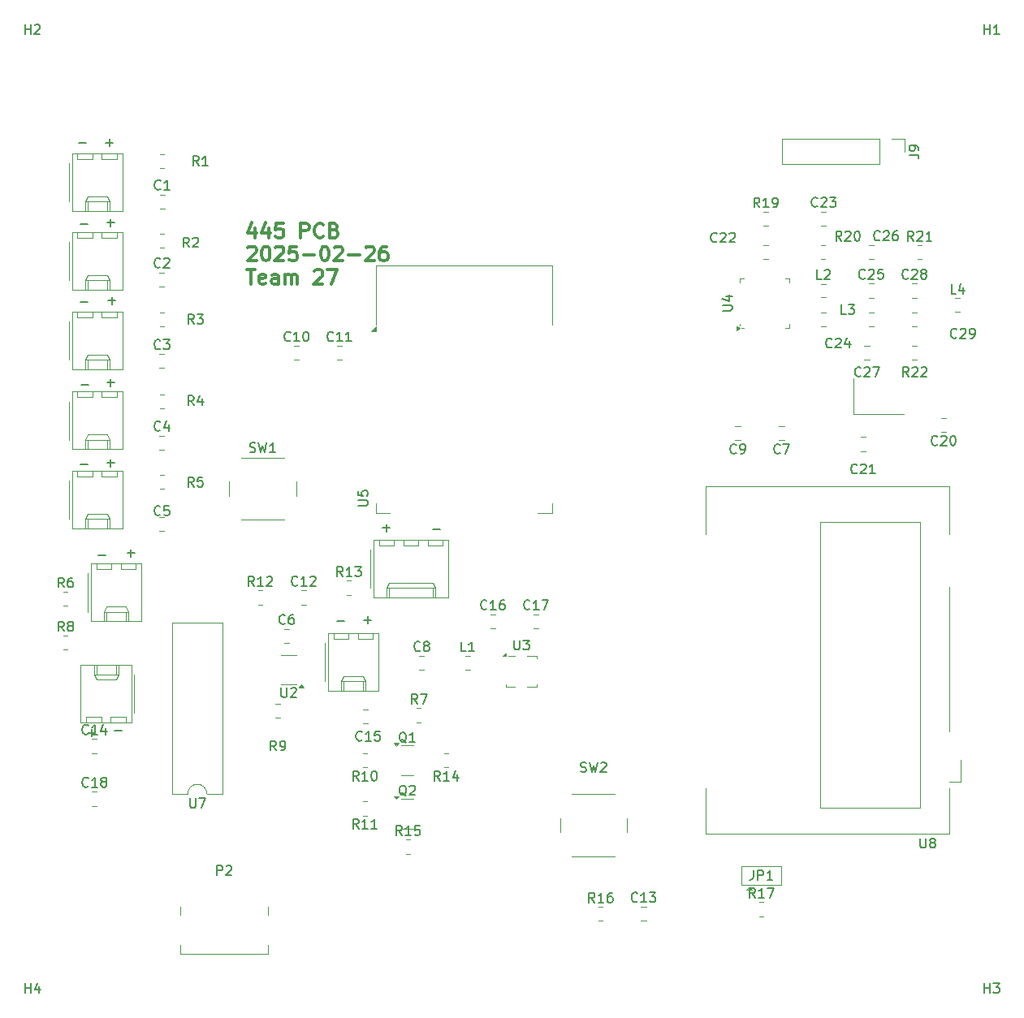
<source format=gbr>
%TF.GenerationSoftware,KiCad,Pcbnew,9.0.0*%
%TF.CreationDate,2025-03-31T12:40:15-05:00*%
%TF.ProjectId,445 Design Document Schematic,34343520-4465-4736-9967-6e20446f6375,rev?*%
%TF.SameCoordinates,Original*%
%TF.FileFunction,Legend,Top*%
%TF.FilePolarity,Positive*%
%FSLAX46Y46*%
G04 Gerber Fmt 4.6, Leading zero omitted, Abs format (unit mm)*
G04 Created by KiCad (PCBNEW 9.0.0) date 2025-03-31 12:40:15*
%MOMM*%
%LPD*%
G01*
G04 APERTURE LIST*
%ADD10C,0.300000*%
%ADD11C,0.150000*%
%ADD12C,0.120000*%
G04 APERTURE END LIST*
D10*
X106697368Y-48470996D02*
X106697368Y-49470996D01*
X106340225Y-47899568D02*
X105983082Y-48970996D01*
X105983082Y-48970996D02*
X106911653Y-48970996D01*
X108125939Y-48470996D02*
X108125939Y-49470996D01*
X107768796Y-47899568D02*
X107411653Y-48970996D01*
X107411653Y-48970996D02*
X108340224Y-48970996D01*
X109625938Y-47970996D02*
X108911652Y-47970996D01*
X108911652Y-47970996D02*
X108840224Y-48685282D01*
X108840224Y-48685282D02*
X108911652Y-48613853D01*
X108911652Y-48613853D02*
X109054510Y-48542425D01*
X109054510Y-48542425D02*
X109411652Y-48542425D01*
X109411652Y-48542425D02*
X109554510Y-48613853D01*
X109554510Y-48613853D02*
X109625938Y-48685282D01*
X109625938Y-48685282D02*
X109697367Y-48828139D01*
X109697367Y-48828139D02*
X109697367Y-49185282D01*
X109697367Y-49185282D02*
X109625938Y-49328139D01*
X109625938Y-49328139D02*
X109554510Y-49399568D01*
X109554510Y-49399568D02*
X109411652Y-49470996D01*
X109411652Y-49470996D02*
X109054510Y-49470996D01*
X109054510Y-49470996D02*
X108911652Y-49399568D01*
X108911652Y-49399568D02*
X108840224Y-49328139D01*
X111483080Y-49470996D02*
X111483080Y-47970996D01*
X111483080Y-47970996D02*
X112054509Y-47970996D01*
X112054509Y-47970996D02*
X112197366Y-48042425D01*
X112197366Y-48042425D02*
X112268795Y-48113853D01*
X112268795Y-48113853D02*
X112340223Y-48256710D01*
X112340223Y-48256710D02*
X112340223Y-48470996D01*
X112340223Y-48470996D02*
X112268795Y-48613853D01*
X112268795Y-48613853D02*
X112197366Y-48685282D01*
X112197366Y-48685282D02*
X112054509Y-48756710D01*
X112054509Y-48756710D02*
X111483080Y-48756710D01*
X113840223Y-49328139D02*
X113768795Y-49399568D01*
X113768795Y-49399568D02*
X113554509Y-49470996D01*
X113554509Y-49470996D02*
X113411652Y-49470996D01*
X113411652Y-49470996D02*
X113197366Y-49399568D01*
X113197366Y-49399568D02*
X113054509Y-49256710D01*
X113054509Y-49256710D02*
X112983080Y-49113853D01*
X112983080Y-49113853D02*
X112911652Y-48828139D01*
X112911652Y-48828139D02*
X112911652Y-48613853D01*
X112911652Y-48613853D02*
X112983080Y-48328139D01*
X112983080Y-48328139D02*
X113054509Y-48185282D01*
X113054509Y-48185282D02*
X113197366Y-48042425D01*
X113197366Y-48042425D02*
X113411652Y-47970996D01*
X113411652Y-47970996D02*
X113554509Y-47970996D01*
X113554509Y-47970996D02*
X113768795Y-48042425D01*
X113768795Y-48042425D02*
X113840223Y-48113853D01*
X114983080Y-48685282D02*
X115197366Y-48756710D01*
X115197366Y-48756710D02*
X115268795Y-48828139D01*
X115268795Y-48828139D02*
X115340223Y-48970996D01*
X115340223Y-48970996D02*
X115340223Y-49185282D01*
X115340223Y-49185282D02*
X115268795Y-49328139D01*
X115268795Y-49328139D02*
X115197366Y-49399568D01*
X115197366Y-49399568D02*
X115054509Y-49470996D01*
X115054509Y-49470996D02*
X114483080Y-49470996D01*
X114483080Y-49470996D02*
X114483080Y-47970996D01*
X114483080Y-47970996D02*
X114983080Y-47970996D01*
X114983080Y-47970996D02*
X115125938Y-48042425D01*
X115125938Y-48042425D02*
X115197366Y-48113853D01*
X115197366Y-48113853D02*
X115268795Y-48256710D01*
X115268795Y-48256710D02*
X115268795Y-48399568D01*
X115268795Y-48399568D02*
X115197366Y-48542425D01*
X115197366Y-48542425D02*
X115125938Y-48613853D01*
X115125938Y-48613853D02*
X114983080Y-48685282D01*
X114983080Y-48685282D02*
X114483080Y-48685282D01*
X105983082Y-50528769D02*
X106054510Y-50457341D01*
X106054510Y-50457341D02*
X106197368Y-50385912D01*
X106197368Y-50385912D02*
X106554510Y-50385912D01*
X106554510Y-50385912D02*
X106697368Y-50457341D01*
X106697368Y-50457341D02*
X106768796Y-50528769D01*
X106768796Y-50528769D02*
X106840225Y-50671626D01*
X106840225Y-50671626D02*
X106840225Y-50814484D01*
X106840225Y-50814484D02*
X106768796Y-51028769D01*
X106768796Y-51028769D02*
X105911653Y-51885912D01*
X105911653Y-51885912D02*
X106840225Y-51885912D01*
X107768796Y-50385912D02*
X107911653Y-50385912D01*
X107911653Y-50385912D02*
X108054510Y-50457341D01*
X108054510Y-50457341D02*
X108125939Y-50528769D01*
X108125939Y-50528769D02*
X108197367Y-50671626D01*
X108197367Y-50671626D02*
X108268796Y-50957341D01*
X108268796Y-50957341D02*
X108268796Y-51314484D01*
X108268796Y-51314484D02*
X108197367Y-51600198D01*
X108197367Y-51600198D02*
X108125939Y-51743055D01*
X108125939Y-51743055D02*
X108054510Y-51814484D01*
X108054510Y-51814484D02*
X107911653Y-51885912D01*
X107911653Y-51885912D02*
X107768796Y-51885912D01*
X107768796Y-51885912D02*
X107625939Y-51814484D01*
X107625939Y-51814484D02*
X107554510Y-51743055D01*
X107554510Y-51743055D02*
X107483081Y-51600198D01*
X107483081Y-51600198D02*
X107411653Y-51314484D01*
X107411653Y-51314484D02*
X107411653Y-50957341D01*
X107411653Y-50957341D02*
X107483081Y-50671626D01*
X107483081Y-50671626D02*
X107554510Y-50528769D01*
X107554510Y-50528769D02*
X107625939Y-50457341D01*
X107625939Y-50457341D02*
X107768796Y-50385912D01*
X108840224Y-50528769D02*
X108911652Y-50457341D01*
X108911652Y-50457341D02*
X109054510Y-50385912D01*
X109054510Y-50385912D02*
X109411652Y-50385912D01*
X109411652Y-50385912D02*
X109554510Y-50457341D01*
X109554510Y-50457341D02*
X109625938Y-50528769D01*
X109625938Y-50528769D02*
X109697367Y-50671626D01*
X109697367Y-50671626D02*
X109697367Y-50814484D01*
X109697367Y-50814484D02*
X109625938Y-51028769D01*
X109625938Y-51028769D02*
X108768795Y-51885912D01*
X108768795Y-51885912D02*
X109697367Y-51885912D01*
X111054509Y-50385912D02*
X110340223Y-50385912D01*
X110340223Y-50385912D02*
X110268795Y-51100198D01*
X110268795Y-51100198D02*
X110340223Y-51028769D01*
X110340223Y-51028769D02*
X110483081Y-50957341D01*
X110483081Y-50957341D02*
X110840223Y-50957341D01*
X110840223Y-50957341D02*
X110983081Y-51028769D01*
X110983081Y-51028769D02*
X111054509Y-51100198D01*
X111054509Y-51100198D02*
X111125938Y-51243055D01*
X111125938Y-51243055D02*
X111125938Y-51600198D01*
X111125938Y-51600198D02*
X111054509Y-51743055D01*
X111054509Y-51743055D02*
X110983081Y-51814484D01*
X110983081Y-51814484D02*
X110840223Y-51885912D01*
X110840223Y-51885912D02*
X110483081Y-51885912D01*
X110483081Y-51885912D02*
X110340223Y-51814484D01*
X110340223Y-51814484D02*
X110268795Y-51743055D01*
X111768794Y-51314484D02*
X112911652Y-51314484D01*
X113911652Y-50385912D02*
X114054509Y-50385912D01*
X114054509Y-50385912D02*
X114197366Y-50457341D01*
X114197366Y-50457341D02*
X114268795Y-50528769D01*
X114268795Y-50528769D02*
X114340223Y-50671626D01*
X114340223Y-50671626D02*
X114411652Y-50957341D01*
X114411652Y-50957341D02*
X114411652Y-51314484D01*
X114411652Y-51314484D02*
X114340223Y-51600198D01*
X114340223Y-51600198D02*
X114268795Y-51743055D01*
X114268795Y-51743055D02*
X114197366Y-51814484D01*
X114197366Y-51814484D02*
X114054509Y-51885912D01*
X114054509Y-51885912D02*
X113911652Y-51885912D01*
X113911652Y-51885912D02*
X113768795Y-51814484D01*
X113768795Y-51814484D02*
X113697366Y-51743055D01*
X113697366Y-51743055D02*
X113625937Y-51600198D01*
X113625937Y-51600198D02*
X113554509Y-51314484D01*
X113554509Y-51314484D02*
X113554509Y-50957341D01*
X113554509Y-50957341D02*
X113625937Y-50671626D01*
X113625937Y-50671626D02*
X113697366Y-50528769D01*
X113697366Y-50528769D02*
X113768795Y-50457341D01*
X113768795Y-50457341D02*
X113911652Y-50385912D01*
X114983080Y-50528769D02*
X115054508Y-50457341D01*
X115054508Y-50457341D02*
X115197366Y-50385912D01*
X115197366Y-50385912D02*
X115554508Y-50385912D01*
X115554508Y-50385912D02*
X115697366Y-50457341D01*
X115697366Y-50457341D02*
X115768794Y-50528769D01*
X115768794Y-50528769D02*
X115840223Y-50671626D01*
X115840223Y-50671626D02*
X115840223Y-50814484D01*
X115840223Y-50814484D02*
X115768794Y-51028769D01*
X115768794Y-51028769D02*
X114911651Y-51885912D01*
X114911651Y-51885912D02*
X115840223Y-51885912D01*
X116483079Y-51314484D02*
X117625937Y-51314484D01*
X118268794Y-50528769D02*
X118340222Y-50457341D01*
X118340222Y-50457341D02*
X118483080Y-50385912D01*
X118483080Y-50385912D02*
X118840222Y-50385912D01*
X118840222Y-50385912D02*
X118983080Y-50457341D01*
X118983080Y-50457341D02*
X119054508Y-50528769D01*
X119054508Y-50528769D02*
X119125937Y-50671626D01*
X119125937Y-50671626D02*
X119125937Y-50814484D01*
X119125937Y-50814484D02*
X119054508Y-51028769D01*
X119054508Y-51028769D02*
X118197365Y-51885912D01*
X118197365Y-51885912D02*
X119125937Y-51885912D01*
X120411651Y-50385912D02*
X120125936Y-50385912D01*
X120125936Y-50385912D02*
X119983079Y-50457341D01*
X119983079Y-50457341D02*
X119911651Y-50528769D01*
X119911651Y-50528769D02*
X119768793Y-50743055D01*
X119768793Y-50743055D02*
X119697365Y-51028769D01*
X119697365Y-51028769D02*
X119697365Y-51600198D01*
X119697365Y-51600198D02*
X119768793Y-51743055D01*
X119768793Y-51743055D02*
X119840222Y-51814484D01*
X119840222Y-51814484D02*
X119983079Y-51885912D01*
X119983079Y-51885912D02*
X120268793Y-51885912D01*
X120268793Y-51885912D02*
X120411651Y-51814484D01*
X120411651Y-51814484D02*
X120483079Y-51743055D01*
X120483079Y-51743055D02*
X120554508Y-51600198D01*
X120554508Y-51600198D02*
X120554508Y-51243055D01*
X120554508Y-51243055D02*
X120483079Y-51100198D01*
X120483079Y-51100198D02*
X120411651Y-51028769D01*
X120411651Y-51028769D02*
X120268793Y-50957341D01*
X120268793Y-50957341D02*
X119983079Y-50957341D01*
X119983079Y-50957341D02*
X119840222Y-51028769D01*
X119840222Y-51028769D02*
X119768793Y-51100198D01*
X119768793Y-51100198D02*
X119697365Y-51243055D01*
X105840225Y-52800828D02*
X106697368Y-52800828D01*
X106268796Y-54300828D02*
X106268796Y-52800828D01*
X107768796Y-54229400D02*
X107625939Y-54300828D01*
X107625939Y-54300828D02*
X107340225Y-54300828D01*
X107340225Y-54300828D02*
X107197367Y-54229400D01*
X107197367Y-54229400D02*
X107125939Y-54086542D01*
X107125939Y-54086542D02*
X107125939Y-53515114D01*
X107125939Y-53515114D02*
X107197367Y-53372257D01*
X107197367Y-53372257D02*
X107340225Y-53300828D01*
X107340225Y-53300828D02*
X107625939Y-53300828D01*
X107625939Y-53300828D02*
X107768796Y-53372257D01*
X107768796Y-53372257D02*
X107840225Y-53515114D01*
X107840225Y-53515114D02*
X107840225Y-53657971D01*
X107840225Y-53657971D02*
X107125939Y-53800828D01*
X109125939Y-54300828D02*
X109125939Y-53515114D01*
X109125939Y-53515114D02*
X109054510Y-53372257D01*
X109054510Y-53372257D02*
X108911653Y-53300828D01*
X108911653Y-53300828D02*
X108625939Y-53300828D01*
X108625939Y-53300828D02*
X108483081Y-53372257D01*
X109125939Y-54229400D02*
X108983081Y-54300828D01*
X108983081Y-54300828D02*
X108625939Y-54300828D01*
X108625939Y-54300828D02*
X108483081Y-54229400D01*
X108483081Y-54229400D02*
X108411653Y-54086542D01*
X108411653Y-54086542D02*
X108411653Y-53943685D01*
X108411653Y-53943685D02*
X108483081Y-53800828D01*
X108483081Y-53800828D02*
X108625939Y-53729400D01*
X108625939Y-53729400D02*
X108983081Y-53729400D01*
X108983081Y-53729400D02*
X109125939Y-53657971D01*
X109840224Y-54300828D02*
X109840224Y-53300828D01*
X109840224Y-53443685D02*
X109911653Y-53372257D01*
X109911653Y-53372257D02*
X110054510Y-53300828D01*
X110054510Y-53300828D02*
X110268796Y-53300828D01*
X110268796Y-53300828D02*
X110411653Y-53372257D01*
X110411653Y-53372257D02*
X110483082Y-53515114D01*
X110483082Y-53515114D02*
X110483082Y-54300828D01*
X110483082Y-53515114D02*
X110554510Y-53372257D01*
X110554510Y-53372257D02*
X110697367Y-53300828D01*
X110697367Y-53300828D02*
X110911653Y-53300828D01*
X110911653Y-53300828D02*
X111054510Y-53372257D01*
X111054510Y-53372257D02*
X111125939Y-53515114D01*
X111125939Y-53515114D02*
X111125939Y-54300828D01*
X112911653Y-52943685D02*
X112983081Y-52872257D01*
X112983081Y-52872257D02*
X113125939Y-52800828D01*
X113125939Y-52800828D02*
X113483081Y-52800828D01*
X113483081Y-52800828D02*
X113625939Y-52872257D01*
X113625939Y-52872257D02*
X113697367Y-52943685D01*
X113697367Y-52943685D02*
X113768796Y-53086542D01*
X113768796Y-53086542D02*
X113768796Y-53229400D01*
X113768796Y-53229400D02*
X113697367Y-53443685D01*
X113697367Y-53443685D02*
X112840224Y-54300828D01*
X112840224Y-54300828D02*
X113768796Y-54300828D01*
X114268795Y-52800828D02*
X115268795Y-52800828D01*
X115268795Y-52800828D02*
X114625938Y-54300828D01*
D11*
X169857142Y-63859580D02*
X169809523Y-63907200D01*
X169809523Y-63907200D02*
X169666666Y-63954819D01*
X169666666Y-63954819D02*
X169571428Y-63954819D01*
X169571428Y-63954819D02*
X169428571Y-63907200D01*
X169428571Y-63907200D02*
X169333333Y-63811961D01*
X169333333Y-63811961D02*
X169285714Y-63716723D01*
X169285714Y-63716723D02*
X169238095Y-63526247D01*
X169238095Y-63526247D02*
X169238095Y-63383390D01*
X169238095Y-63383390D02*
X169285714Y-63192914D01*
X169285714Y-63192914D02*
X169333333Y-63097676D01*
X169333333Y-63097676D02*
X169428571Y-63002438D01*
X169428571Y-63002438D02*
X169571428Y-62954819D01*
X169571428Y-62954819D02*
X169666666Y-62954819D01*
X169666666Y-62954819D02*
X169809523Y-63002438D01*
X169809523Y-63002438D02*
X169857142Y-63050057D01*
X170238095Y-63050057D02*
X170285714Y-63002438D01*
X170285714Y-63002438D02*
X170380952Y-62954819D01*
X170380952Y-62954819D02*
X170619047Y-62954819D01*
X170619047Y-62954819D02*
X170714285Y-63002438D01*
X170714285Y-63002438D02*
X170761904Y-63050057D01*
X170761904Y-63050057D02*
X170809523Y-63145295D01*
X170809523Y-63145295D02*
X170809523Y-63240533D01*
X170809523Y-63240533D02*
X170761904Y-63383390D01*
X170761904Y-63383390D02*
X170190476Y-63954819D01*
X170190476Y-63954819D02*
X170809523Y-63954819D01*
X171142857Y-62954819D02*
X171809523Y-62954819D01*
X171809523Y-62954819D02*
X171380952Y-63954819D01*
X165344642Y-46179580D02*
X165297023Y-46227200D01*
X165297023Y-46227200D02*
X165154166Y-46274819D01*
X165154166Y-46274819D02*
X165058928Y-46274819D01*
X165058928Y-46274819D02*
X164916071Y-46227200D01*
X164916071Y-46227200D02*
X164820833Y-46131961D01*
X164820833Y-46131961D02*
X164773214Y-46036723D01*
X164773214Y-46036723D02*
X164725595Y-45846247D01*
X164725595Y-45846247D02*
X164725595Y-45703390D01*
X164725595Y-45703390D02*
X164773214Y-45512914D01*
X164773214Y-45512914D02*
X164820833Y-45417676D01*
X164820833Y-45417676D02*
X164916071Y-45322438D01*
X164916071Y-45322438D02*
X165058928Y-45274819D01*
X165058928Y-45274819D02*
X165154166Y-45274819D01*
X165154166Y-45274819D02*
X165297023Y-45322438D01*
X165297023Y-45322438D02*
X165344642Y-45370057D01*
X165725595Y-45370057D02*
X165773214Y-45322438D01*
X165773214Y-45322438D02*
X165868452Y-45274819D01*
X165868452Y-45274819D02*
X166106547Y-45274819D01*
X166106547Y-45274819D02*
X166201785Y-45322438D01*
X166201785Y-45322438D02*
X166249404Y-45370057D01*
X166249404Y-45370057D02*
X166297023Y-45465295D01*
X166297023Y-45465295D02*
X166297023Y-45560533D01*
X166297023Y-45560533D02*
X166249404Y-45703390D01*
X166249404Y-45703390D02*
X165677976Y-46274819D01*
X165677976Y-46274819D02*
X166297023Y-46274819D01*
X166630357Y-45274819D02*
X167249404Y-45274819D01*
X167249404Y-45274819D02*
X166916071Y-45655771D01*
X166916071Y-45655771D02*
X167058928Y-45655771D01*
X167058928Y-45655771D02*
X167154166Y-45703390D01*
X167154166Y-45703390D02*
X167201785Y-45751009D01*
X167201785Y-45751009D02*
X167249404Y-45846247D01*
X167249404Y-45846247D02*
X167249404Y-46084342D01*
X167249404Y-46084342D02*
X167201785Y-46179580D01*
X167201785Y-46179580D02*
X167154166Y-46227200D01*
X167154166Y-46227200D02*
X167058928Y-46274819D01*
X167058928Y-46274819D02*
X166773214Y-46274819D01*
X166773214Y-46274819D02*
X166677976Y-46227200D01*
X166677976Y-46227200D02*
X166630357Y-46179580D01*
X102761905Y-115954819D02*
X102761905Y-114954819D01*
X102761905Y-114954819D02*
X103142857Y-114954819D01*
X103142857Y-114954819D02*
X103238095Y-115002438D01*
X103238095Y-115002438D02*
X103285714Y-115050057D01*
X103285714Y-115050057D02*
X103333333Y-115145295D01*
X103333333Y-115145295D02*
X103333333Y-115288152D01*
X103333333Y-115288152D02*
X103285714Y-115383390D01*
X103285714Y-115383390D02*
X103238095Y-115431009D01*
X103238095Y-115431009D02*
X103142857Y-115478628D01*
X103142857Y-115478628D02*
X102761905Y-115478628D01*
X103714286Y-115050057D02*
X103761905Y-115002438D01*
X103761905Y-115002438D02*
X103857143Y-114954819D01*
X103857143Y-114954819D02*
X104095238Y-114954819D01*
X104095238Y-114954819D02*
X104190476Y-115002438D01*
X104190476Y-115002438D02*
X104238095Y-115050057D01*
X104238095Y-115050057D02*
X104285714Y-115145295D01*
X104285714Y-115145295D02*
X104285714Y-115240533D01*
X104285714Y-115240533D02*
X104238095Y-115383390D01*
X104238095Y-115383390D02*
X103666667Y-115954819D01*
X103666667Y-115954819D02*
X104285714Y-115954819D01*
X118092048Y-89346866D02*
X118853953Y-89346866D01*
X118473000Y-89727819D02*
X118473000Y-88965914D01*
X115298048Y-89473866D02*
X116059953Y-89473866D01*
X91273048Y-72951866D02*
X92034953Y-72951866D01*
X91654000Y-73332819D02*
X91654000Y-72570914D01*
X88492048Y-73078866D02*
X89253953Y-73078866D01*
X142107142Y-118804819D02*
X141773809Y-118328628D01*
X141535714Y-118804819D02*
X141535714Y-117804819D01*
X141535714Y-117804819D02*
X141916666Y-117804819D01*
X141916666Y-117804819D02*
X142011904Y-117852438D01*
X142011904Y-117852438D02*
X142059523Y-117900057D01*
X142059523Y-117900057D02*
X142107142Y-117995295D01*
X142107142Y-117995295D02*
X142107142Y-118138152D01*
X142107142Y-118138152D02*
X142059523Y-118233390D01*
X142059523Y-118233390D02*
X142011904Y-118281009D01*
X142011904Y-118281009D02*
X141916666Y-118328628D01*
X141916666Y-118328628D02*
X141535714Y-118328628D01*
X143059523Y-118804819D02*
X142488095Y-118804819D01*
X142773809Y-118804819D02*
X142773809Y-117804819D01*
X142773809Y-117804819D02*
X142678571Y-117947676D01*
X142678571Y-117947676D02*
X142583333Y-118042914D01*
X142583333Y-118042914D02*
X142488095Y-118090533D01*
X143916666Y-117804819D02*
X143726190Y-117804819D01*
X143726190Y-117804819D02*
X143630952Y-117852438D01*
X143630952Y-117852438D02*
X143583333Y-117900057D01*
X143583333Y-117900057D02*
X143488095Y-118042914D01*
X143488095Y-118042914D02*
X143440476Y-118233390D01*
X143440476Y-118233390D02*
X143440476Y-118614342D01*
X143440476Y-118614342D02*
X143488095Y-118709580D01*
X143488095Y-118709580D02*
X143535714Y-118757200D01*
X143535714Y-118757200D02*
X143630952Y-118804819D01*
X143630952Y-118804819D02*
X143821428Y-118804819D01*
X143821428Y-118804819D02*
X143916666Y-118757200D01*
X143916666Y-118757200D02*
X143964285Y-118709580D01*
X143964285Y-118709580D02*
X144011904Y-118614342D01*
X144011904Y-118614342D02*
X144011904Y-118376247D01*
X144011904Y-118376247D02*
X143964285Y-118281009D01*
X143964285Y-118281009D02*
X143916666Y-118233390D01*
X143916666Y-118233390D02*
X143821428Y-118185771D01*
X143821428Y-118185771D02*
X143630952Y-118185771D01*
X143630952Y-118185771D02*
X143535714Y-118233390D01*
X143535714Y-118233390D02*
X143488095Y-118281009D01*
X143488095Y-118281009D02*
X143440476Y-118376247D01*
X115857142Y-84804819D02*
X115523809Y-84328628D01*
X115285714Y-84804819D02*
X115285714Y-83804819D01*
X115285714Y-83804819D02*
X115666666Y-83804819D01*
X115666666Y-83804819D02*
X115761904Y-83852438D01*
X115761904Y-83852438D02*
X115809523Y-83900057D01*
X115809523Y-83900057D02*
X115857142Y-83995295D01*
X115857142Y-83995295D02*
X115857142Y-84138152D01*
X115857142Y-84138152D02*
X115809523Y-84233390D01*
X115809523Y-84233390D02*
X115761904Y-84281009D01*
X115761904Y-84281009D02*
X115666666Y-84328628D01*
X115666666Y-84328628D02*
X115285714Y-84328628D01*
X116809523Y-84804819D02*
X116238095Y-84804819D01*
X116523809Y-84804819D02*
X116523809Y-83804819D01*
X116523809Y-83804819D02*
X116428571Y-83947676D01*
X116428571Y-83947676D02*
X116333333Y-84042914D01*
X116333333Y-84042914D02*
X116238095Y-84090533D01*
X117142857Y-83804819D02*
X117761904Y-83804819D01*
X117761904Y-83804819D02*
X117428571Y-84185771D01*
X117428571Y-84185771D02*
X117571428Y-84185771D01*
X117571428Y-84185771D02*
X117666666Y-84233390D01*
X117666666Y-84233390D02*
X117714285Y-84281009D01*
X117714285Y-84281009D02*
X117761904Y-84376247D01*
X117761904Y-84376247D02*
X117761904Y-84614342D01*
X117761904Y-84614342D02*
X117714285Y-84709580D01*
X117714285Y-84709580D02*
X117666666Y-84757200D01*
X117666666Y-84757200D02*
X117571428Y-84804819D01*
X117571428Y-84804819D02*
X117285714Y-84804819D01*
X117285714Y-84804819D02*
X117190476Y-84757200D01*
X117190476Y-84757200D02*
X117142857Y-84709580D01*
X82738095Y-128254819D02*
X82738095Y-127254819D01*
X82738095Y-127731009D02*
X83309523Y-127731009D01*
X83309523Y-128254819D02*
X83309523Y-127254819D01*
X84214285Y-127588152D02*
X84214285Y-128254819D01*
X83976190Y-127207200D02*
X83738095Y-127921485D01*
X83738095Y-127921485D02*
X84357142Y-127921485D01*
X177857142Y-71039580D02*
X177809523Y-71087200D01*
X177809523Y-71087200D02*
X177666666Y-71134819D01*
X177666666Y-71134819D02*
X177571428Y-71134819D01*
X177571428Y-71134819D02*
X177428571Y-71087200D01*
X177428571Y-71087200D02*
X177333333Y-70991961D01*
X177333333Y-70991961D02*
X177285714Y-70896723D01*
X177285714Y-70896723D02*
X177238095Y-70706247D01*
X177238095Y-70706247D02*
X177238095Y-70563390D01*
X177238095Y-70563390D02*
X177285714Y-70372914D01*
X177285714Y-70372914D02*
X177333333Y-70277676D01*
X177333333Y-70277676D02*
X177428571Y-70182438D01*
X177428571Y-70182438D02*
X177571428Y-70134819D01*
X177571428Y-70134819D02*
X177666666Y-70134819D01*
X177666666Y-70134819D02*
X177809523Y-70182438D01*
X177809523Y-70182438D02*
X177857142Y-70230057D01*
X178238095Y-70230057D02*
X178285714Y-70182438D01*
X178285714Y-70182438D02*
X178380952Y-70134819D01*
X178380952Y-70134819D02*
X178619047Y-70134819D01*
X178619047Y-70134819D02*
X178714285Y-70182438D01*
X178714285Y-70182438D02*
X178761904Y-70230057D01*
X178761904Y-70230057D02*
X178809523Y-70325295D01*
X178809523Y-70325295D02*
X178809523Y-70420533D01*
X178809523Y-70420533D02*
X178761904Y-70563390D01*
X178761904Y-70563390D02*
X178190476Y-71134819D01*
X178190476Y-71134819D02*
X178809523Y-71134819D01*
X179428571Y-70134819D02*
X179523809Y-70134819D01*
X179523809Y-70134819D02*
X179619047Y-70182438D01*
X179619047Y-70182438D02*
X179666666Y-70230057D01*
X179666666Y-70230057D02*
X179714285Y-70325295D01*
X179714285Y-70325295D02*
X179761904Y-70515771D01*
X179761904Y-70515771D02*
X179761904Y-70753866D01*
X179761904Y-70753866D02*
X179714285Y-70944342D01*
X179714285Y-70944342D02*
X179666666Y-71039580D01*
X179666666Y-71039580D02*
X179619047Y-71087200D01*
X179619047Y-71087200D02*
X179523809Y-71134819D01*
X179523809Y-71134819D02*
X179428571Y-71134819D01*
X179428571Y-71134819D02*
X179333333Y-71087200D01*
X179333333Y-71087200D02*
X179285714Y-71039580D01*
X179285714Y-71039580D02*
X179238095Y-70944342D01*
X179238095Y-70944342D02*
X179190476Y-70753866D01*
X179190476Y-70753866D02*
X179190476Y-70515771D01*
X179190476Y-70515771D02*
X179238095Y-70325295D01*
X179238095Y-70325295D02*
X179285714Y-70230057D01*
X179285714Y-70230057D02*
X179333333Y-70182438D01*
X179333333Y-70182438D02*
X179428571Y-70134819D01*
X154857142Y-49859580D02*
X154809523Y-49907200D01*
X154809523Y-49907200D02*
X154666666Y-49954819D01*
X154666666Y-49954819D02*
X154571428Y-49954819D01*
X154571428Y-49954819D02*
X154428571Y-49907200D01*
X154428571Y-49907200D02*
X154333333Y-49811961D01*
X154333333Y-49811961D02*
X154285714Y-49716723D01*
X154285714Y-49716723D02*
X154238095Y-49526247D01*
X154238095Y-49526247D02*
X154238095Y-49383390D01*
X154238095Y-49383390D02*
X154285714Y-49192914D01*
X154285714Y-49192914D02*
X154333333Y-49097676D01*
X154333333Y-49097676D02*
X154428571Y-49002438D01*
X154428571Y-49002438D02*
X154571428Y-48954819D01*
X154571428Y-48954819D02*
X154666666Y-48954819D01*
X154666666Y-48954819D02*
X154809523Y-49002438D01*
X154809523Y-49002438D02*
X154857142Y-49050057D01*
X155238095Y-49050057D02*
X155285714Y-49002438D01*
X155285714Y-49002438D02*
X155380952Y-48954819D01*
X155380952Y-48954819D02*
X155619047Y-48954819D01*
X155619047Y-48954819D02*
X155714285Y-49002438D01*
X155714285Y-49002438D02*
X155761904Y-49050057D01*
X155761904Y-49050057D02*
X155809523Y-49145295D01*
X155809523Y-49145295D02*
X155809523Y-49240533D01*
X155809523Y-49240533D02*
X155761904Y-49383390D01*
X155761904Y-49383390D02*
X155190476Y-49954819D01*
X155190476Y-49954819D02*
X155809523Y-49954819D01*
X156190476Y-49050057D02*
X156238095Y-49002438D01*
X156238095Y-49002438D02*
X156333333Y-48954819D01*
X156333333Y-48954819D02*
X156571428Y-48954819D01*
X156571428Y-48954819D02*
X156666666Y-49002438D01*
X156666666Y-49002438D02*
X156714285Y-49050057D01*
X156714285Y-49050057D02*
X156761904Y-49145295D01*
X156761904Y-49145295D02*
X156761904Y-49240533D01*
X156761904Y-49240533D02*
X156714285Y-49383390D01*
X156714285Y-49383390D02*
X156142857Y-49954819D01*
X156142857Y-49954819D02*
X156761904Y-49954819D01*
X86793333Y-85934819D02*
X86460000Y-85458628D01*
X86221905Y-85934819D02*
X86221905Y-84934819D01*
X86221905Y-84934819D02*
X86602857Y-84934819D01*
X86602857Y-84934819D02*
X86698095Y-84982438D01*
X86698095Y-84982438D02*
X86745714Y-85030057D01*
X86745714Y-85030057D02*
X86793333Y-85125295D01*
X86793333Y-85125295D02*
X86793333Y-85268152D01*
X86793333Y-85268152D02*
X86745714Y-85363390D01*
X86745714Y-85363390D02*
X86698095Y-85411009D01*
X86698095Y-85411009D02*
X86602857Y-85458628D01*
X86602857Y-85458628D02*
X86221905Y-85458628D01*
X87650476Y-84934819D02*
X87460000Y-84934819D01*
X87460000Y-84934819D02*
X87364762Y-84982438D01*
X87364762Y-84982438D02*
X87317143Y-85030057D01*
X87317143Y-85030057D02*
X87221905Y-85172914D01*
X87221905Y-85172914D02*
X87174286Y-85363390D01*
X87174286Y-85363390D02*
X87174286Y-85744342D01*
X87174286Y-85744342D02*
X87221905Y-85839580D01*
X87221905Y-85839580D02*
X87269524Y-85887200D01*
X87269524Y-85887200D02*
X87364762Y-85934819D01*
X87364762Y-85934819D02*
X87555238Y-85934819D01*
X87555238Y-85934819D02*
X87650476Y-85887200D01*
X87650476Y-85887200D02*
X87698095Y-85839580D01*
X87698095Y-85839580D02*
X87745714Y-85744342D01*
X87745714Y-85744342D02*
X87745714Y-85506247D01*
X87745714Y-85506247D02*
X87698095Y-85411009D01*
X87698095Y-85411009D02*
X87650476Y-85363390D01*
X87650476Y-85363390D02*
X87555238Y-85315771D01*
X87555238Y-85315771D02*
X87364762Y-85315771D01*
X87364762Y-85315771D02*
X87269524Y-85363390D01*
X87269524Y-85363390D02*
X87221905Y-85411009D01*
X87221905Y-85411009D02*
X87174286Y-85506247D01*
X174807142Y-53679580D02*
X174759523Y-53727200D01*
X174759523Y-53727200D02*
X174616666Y-53774819D01*
X174616666Y-53774819D02*
X174521428Y-53774819D01*
X174521428Y-53774819D02*
X174378571Y-53727200D01*
X174378571Y-53727200D02*
X174283333Y-53631961D01*
X174283333Y-53631961D02*
X174235714Y-53536723D01*
X174235714Y-53536723D02*
X174188095Y-53346247D01*
X174188095Y-53346247D02*
X174188095Y-53203390D01*
X174188095Y-53203390D02*
X174235714Y-53012914D01*
X174235714Y-53012914D02*
X174283333Y-52917676D01*
X174283333Y-52917676D02*
X174378571Y-52822438D01*
X174378571Y-52822438D02*
X174521428Y-52774819D01*
X174521428Y-52774819D02*
X174616666Y-52774819D01*
X174616666Y-52774819D02*
X174759523Y-52822438D01*
X174759523Y-52822438D02*
X174807142Y-52870057D01*
X175188095Y-52870057D02*
X175235714Y-52822438D01*
X175235714Y-52822438D02*
X175330952Y-52774819D01*
X175330952Y-52774819D02*
X175569047Y-52774819D01*
X175569047Y-52774819D02*
X175664285Y-52822438D01*
X175664285Y-52822438D02*
X175711904Y-52870057D01*
X175711904Y-52870057D02*
X175759523Y-52965295D01*
X175759523Y-52965295D02*
X175759523Y-53060533D01*
X175759523Y-53060533D02*
X175711904Y-53203390D01*
X175711904Y-53203390D02*
X175140476Y-53774819D01*
X175140476Y-53774819D02*
X175759523Y-53774819D01*
X176330952Y-53203390D02*
X176235714Y-53155771D01*
X176235714Y-53155771D02*
X176188095Y-53108152D01*
X176188095Y-53108152D02*
X176140476Y-53012914D01*
X176140476Y-53012914D02*
X176140476Y-52965295D01*
X176140476Y-52965295D02*
X176188095Y-52870057D01*
X176188095Y-52870057D02*
X176235714Y-52822438D01*
X176235714Y-52822438D02*
X176330952Y-52774819D01*
X176330952Y-52774819D02*
X176521428Y-52774819D01*
X176521428Y-52774819D02*
X176616666Y-52822438D01*
X176616666Y-52822438D02*
X176664285Y-52870057D01*
X176664285Y-52870057D02*
X176711904Y-52965295D01*
X176711904Y-52965295D02*
X176711904Y-53012914D01*
X176711904Y-53012914D02*
X176664285Y-53108152D01*
X176664285Y-53108152D02*
X176616666Y-53155771D01*
X176616666Y-53155771D02*
X176521428Y-53203390D01*
X176521428Y-53203390D02*
X176330952Y-53203390D01*
X176330952Y-53203390D02*
X176235714Y-53251009D01*
X176235714Y-53251009D02*
X176188095Y-53298628D01*
X176188095Y-53298628D02*
X176140476Y-53393866D01*
X176140476Y-53393866D02*
X176140476Y-53584342D01*
X176140476Y-53584342D02*
X176188095Y-53679580D01*
X176188095Y-53679580D02*
X176235714Y-53727200D01*
X176235714Y-53727200D02*
X176330952Y-53774819D01*
X176330952Y-53774819D02*
X176521428Y-53774819D01*
X176521428Y-53774819D02*
X176616666Y-53727200D01*
X176616666Y-53727200D02*
X176664285Y-53679580D01*
X176664285Y-53679580D02*
X176711904Y-53584342D01*
X176711904Y-53584342D02*
X176711904Y-53393866D01*
X176711904Y-53393866D02*
X176664285Y-53298628D01*
X176664285Y-53298628D02*
X176616666Y-53251009D01*
X176616666Y-53251009D02*
X176521428Y-53203390D01*
X167857142Y-49804819D02*
X167523809Y-49328628D01*
X167285714Y-49804819D02*
X167285714Y-48804819D01*
X167285714Y-48804819D02*
X167666666Y-48804819D01*
X167666666Y-48804819D02*
X167761904Y-48852438D01*
X167761904Y-48852438D02*
X167809523Y-48900057D01*
X167809523Y-48900057D02*
X167857142Y-48995295D01*
X167857142Y-48995295D02*
X167857142Y-49138152D01*
X167857142Y-49138152D02*
X167809523Y-49233390D01*
X167809523Y-49233390D02*
X167761904Y-49281009D01*
X167761904Y-49281009D02*
X167666666Y-49328628D01*
X167666666Y-49328628D02*
X167285714Y-49328628D01*
X168238095Y-48900057D02*
X168285714Y-48852438D01*
X168285714Y-48852438D02*
X168380952Y-48804819D01*
X168380952Y-48804819D02*
X168619047Y-48804819D01*
X168619047Y-48804819D02*
X168714285Y-48852438D01*
X168714285Y-48852438D02*
X168761904Y-48900057D01*
X168761904Y-48900057D02*
X168809523Y-48995295D01*
X168809523Y-48995295D02*
X168809523Y-49090533D01*
X168809523Y-49090533D02*
X168761904Y-49233390D01*
X168761904Y-49233390D02*
X168190476Y-49804819D01*
X168190476Y-49804819D02*
X168809523Y-49804819D01*
X169428571Y-48804819D02*
X169523809Y-48804819D01*
X169523809Y-48804819D02*
X169619047Y-48852438D01*
X169619047Y-48852438D02*
X169666666Y-48900057D01*
X169666666Y-48900057D02*
X169714285Y-48995295D01*
X169714285Y-48995295D02*
X169761904Y-49185771D01*
X169761904Y-49185771D02*
X169761904Y-49423866D01*
X169761904Y-49423866D02*
X169714285Y-49614342D01*
X169714285Y-49614342D02*
X169666666Y-49709580D01*
X169666666Y-49709580D02*
X169619047Y-49757200D01*
X169619047Y-49757200D02*
X169523809Y-49804819D01*
X169523809Y-49804819D02*
X169428571Y-49804819D01*
X169428571Y-49804819D02*
X169333333Y-49757200D01*
X169333333Y-49757200D02*
X169285714Y-49709580D01*
X169285714Y-49709580D02*
X169238095Y-49614342D01*
X169238095Y-49614342D02*
X169190476Y-49423866D01*
X169190476Y-49423866D02*
X169190476Y-49185771D01*
X169190476Y-49185771D02*
X169238095Y-48995295D01*
X169238095Y-48995295D02*
X169285714Y-48900057D01*
X169285714Y-48900057D02*
X169333333Y-48852438D01*
X169333333Y-48852438D02*
X169428571Y-48804819D01*
X86793333Y-90506819D02*
X86460000Y-90030628D01*
X86221905Y-90506819D02*
X86221905Y-89506819D01*
X86221905Y-89506819D02*
X86602857Y-89506819D01*
X86602857Y-89506819D02*
X86698095Y-89554438D01*
X86698095Y-89554438D02*
X86745714Y-89602057D01*
X86745714Y-89602057D02*
X86793333Y-89697295D01*
X86793333Y-89697295D02*
X86793333Y-89840152D01*
X86793333Y-89840152D02*
X86745714Y-89935390D01*
X86745714Y-89935390D02*
X86698095Y-89983009D01*
X86698095Y-89983009D02*
X86602857Y-90030628D01*
X86602857Y-90030628D02*
X86221905Y-90030628D01*
X87364762Y-89935390D02*
X87269524Y-89887771D01*
X87269524Y-89887771D02*
X87221905Y-89840152D01*
X87221905Y-89840152D02*
X87174286Y-89744914D01*
X87174286Y-89744914D02*
X87174286Y-89697295D01*
X87174286Y-89697295D02*
X87221905Y-89602057D01*
X87221905Y-89602057D02*
X87269524Y-89554438D01*
X87269524Y-89554438D02*
X87364762Y-89506819D01*
X87364762Y-89506819D02*
X87555238Y-89506819D01*
X87555238Y-89506819D02*
X87650476Y-89554438D01*
X87650476Y-89554438D02*
X87698095Y-89602057D01*
X87698095Y-89602057D02*
X87745714Y-89697295D01*
X87745714Y-89697295D02*
X87745714Y-89744914D01*
X87745714Y-89744914D02*
X87698095Y-89840152D01*
X87698095Y-89840152D02*
X87650476Y-89887771D01*
X87650476Y-89887771D02*
X87555238Y-89935390D01*
X87555238Y-89935390D02*
X87364762Y-89935390D01*
X87364762Y-89935390D02*
X87269524Y-89983009D01*
X87269524Y-89983009D02*
X87221905Y-90030628D01*
X87221905Y-90030628D02*
X87174286Y-90125866D01*
X87174286Y-90125866D02*
X87174286Y-90316342D01*
X87174286Y-90316342D02*
X87221905Y-90411580D01*
X87221905Y-90411580D02*
X87269524Y-90459200D01*
X87269524Y-90459200D02*
X87364762Y-90506819D01*
X87364762Y-90506819D02*
X87555238Y-90506819D01*
X87555238Y-90506819D02*
X87650476Y-90459200D01*
X87650476Y-90459200D02*
X87698095Y-90411580D01*
X87698095Y-90411580D02*
X87745714Y-90316342D01*
X87745714Y-90316342D02*
X87745714Y-90125866D01*
X87745714Y-90125866D02*
X87698095Y-90030628D01*
X87698095Y-90030628D02*
X87650476Y-89983009D01*
X87650476Y-89983009D02*
X87555238Y-89935390D01*
X96834333Y-52507580D02*
X96786714Y-52555200D01*
X96786714Y-52555200D02*
X96643857Y-52602819D01*
X96643857Y-52602819D02*
X96548619Y-52602819D01*
X96548619Y-52602819D02*
X96405762Y-52555200D01*
X96405762Y-52555200D02*
X96310524Y-52459961D01*
X96310524Y-52459961D02*
X96262905Y-52364723D01*
X96262905Y-52364723D02*
X96215286Y-52174247D01*
X96215286Y-52174247D02*
X96215286Y-52031390D01*
X96215286Y-52031390D02*
X96262905Y-51840914D01*
X96262905Y-51840914D02*
X96310524Y-51745676D01*
X96310524Y-51745676D02*
X96405762Y-51650438D01*
X96405762Y-51650438D02*
X96548619Y-51602819D01*
X96548619Y-51602819D02*
X96643857Y-51602819D01*
X96643857Y-51602819D02*
X96786714Y-51650438D01*
X96786714Y-51650438D02*
X96834333Y-51698057D01*
X97215286Y-51698057D02*
X97262905Y-51650438D01*
X97262905Y-51650438D02*
X97358143Y-51602819D01*
X97358143Y-51602819D02*
X97596238Y-51602819D01*
X97596238Y-51602819D02*
X97691476Y-51650438D01*
X97691476Y-51650438D02*
X97739095Y-51698057D01*
X97739095Y-51698057D02*
X97786714Y-51793295D01*
X97786714Y-51793295D02*
X97786714Y-51888533D01*
X97786714Y-51888533D02*
X97739095Y-52031390D01*
X97739095Y-52031390D02*
X97167667Y-52602819D01*
X97167667Y-52602819D02*
X97786714Y-52602819D01*
X120039048Y-79735866D02*
X120800953Y-79735866D01*
X120420000Y-80116819D02*
X120420000Y-79354914D01*
X125246048Y-79862866D02*
X126007953Y-79862866D01*
X100833333Y-41963819D02*
X100500000Y-41487628D01*
X100261905Y-41963819D02*
X100261905Y-40963819D01*
X100261905Y-40963819D02*
X100642857Y-40963819D01*
X100642857Y-40963819D02*
X100738095Y-41011438D01*
X100738095Y-41011438D02*
X100785714Y-41059057D01*
X100785714Y-41059057D02*
X100833333Y-41154295D01*
X100833333Y-41154295D02*
X100833333Y-41297152D01*
X100833333Y-41297152D02*
X100785714Y-41392390D01*
X100785714Y-41392390D02*
X100738095Y-41440009D01*
X100738095Y-41440009D02*
X100642857Y-41487628D01*
X100642857Y-41487628D02*
X100261905Y-41487628D01*
X101785714Y-41963819D02*
X101214286Y-41963819D01*
X101500000Y-41963819D02*
X101500000Y-40963819D01*
X101500000Y-40963819D02*
X101404762Y-41106676D01*
X101404762Y-41106676D02*
X101309524Y-41201914D01*
X101309524Y-41201914D02*
X101214286Y-41249533D01*
X93373048Y-82382866D02*
X94134953Y-82382866D01*
X93754000Y-82763819D02*
X93754000Y-82001914D01*
X90325048Y-82636866D02*
X91086953Y-82636866D01*
X106607142Y-85804819D02*
X106273809Y-85328628D01*
X106035714Y-85804819D02*
X106035714Y-84804819D01*
X106035714Y-84804819D02*
X106416666Y-84804819D01*
X106416666Y-84804819D02*
X106511904Y-84852438D01*
X106511904Y-84852438D02*
X106559523Y-84900057D01*
X106559523Y-84900057D02*
X106607142Y-84995295D01*
X106607142Y-84995295D02*
X106607142Y-85138152D01*
X106607142Y-85138152D02*
X106559523Y-85233390D01*
X106559523Y-85233390D02*
X106511904Y-85281009D01*
X106511904Y-85281009D02*
X106416666Y-85328628D01*
X106416666Y-85328628D02*
X106035714Y-85328628D01*
X107559523Y-85804819D02*
X106988095Y-85804819D01*
X107273809Y-85804819D02*
X107273809Y-84804819D01*
X107273809Y-84804819D02*
X107178571Y-84947676D01*
X107178571Y-84947676D02*
X107083333Y-85042914D01*
X107083333Y-85042914D02*
X106988095Y-85090533D01*
X107940476Y-84900057D02*
X107988095Y-84852438D01*
X107988095Y-84852438D02*
X108083333Y-84804819D01*
X108083333Y-84804819D02*
X108321428Y-84804819D01*
X108321428Y-84804819D02*
X108416666Y-84852438D01*
X108416666Y-84852438D02*
X108464285Y-84900057D01*
X108464285Y-84900057D02*
X108511904Y-84995295D01*
X108511904Y-84995295D02*
X108511904Y-85090533D01*
X108511904Y-85090533D02*
X108464285Y-85233390D01*
X108464285Y-85233390D02*
X107892857Y-85804819D01*
X107892857Y-85804819D02*
X108511904Y-85804819D01*
X99928095Y-107944819D02*
X99928095Y-108754342D01*
X99928095Y-108754342D02*
X99975714Y-108849580D01*
X99975714Y-108849580D02*
X100023333Y-108897200D01*
X100023333Y-108897200D02*
X100118571Y-108944819D01*
X100118571Y-108944819D02*
X100309047Y-108944819D01*
X100309047Y-108944819D02*
X100404285Y-108897200D01*
X100404285Y-108897200D02*
X100451904Y-108849580D01*
X100451904Y-108849580D02*
X100499523Y-108754342D01*
X100499523Y-108754342D02*
X100499523Y-107944819D01*
X100880476Y-107944819D02*
X101547142Y-107944819D01*
X101547142Y-107944819D02*
X101118571Y-108944819D01*
X133727415Y-91452819D02*
X133727415Y-92262342D01*
X133727415Y-92262342D02*
X133775034Y-92357580D01*
X133775034Y-92357580D02*
X133822653Y-92405200D01*
X133822653Y-92405200D02*
X133917891Y-92452819D01*
X133917891Y-92452819D02*
X134108367Y-92452819D01*
X134108367Y-92452819D02*
X134203605Y-92405200D01*
X134203605Y-92405200D02*
X134251224Y-92357580D01*
X134251224Y-92357580D02*
X134298843Y-92262342D01*
X134298843Y-92262342D02*
X134298843Y-91452819D01*
X134679796Y-91452819D02*
X135298843Y-91452819D01*
X135298843Y-91452819D02*
X134965510Y-91833771D01*
X134965510Y-91833771D02*
X135108367Y-91833771D01*
X135108367Y-91833771D02*
X135203605Y-91881390D01*
X135203605Y-91881390D02*
X135251224Y-91929009D01*
X135251224Y-91929009D02*
X135298843Y-92024247D01*
X135298843Y-92024247D02*
X135298843Y-92262342D01*
X135298843Y-92262342D02*
X135251224Y-92357580D01*
X135251224Y-92357580D02*
X135203605Y-92405200D01*
X135203605Y-92405200D02*
X135108367Y-92452819D01*
X135108367Y-92452819D02*
X134822653Y-92452819D01*
X134822653Y-92452819D02*
X134727415Y-92405200D01*
X134727415Y-92405200D02*
X134679796Y-92357580D01*
X128711333Y-92629819D02*
X128235143Y-92629819D01*
X128235143Y-92629819D02*
X128235143Y-91629819D01*
X129568476Y-92629819D02*
X128997048Y-92629819D01*
X129282762Y-92629819D02*
X129282762Y-91629819D01*
X129282762Y-91629819D02*
X129187524Y-91772676D01*
X129187524Y-91772676D02*
X129092286Y-91867914D01*
X129092286Y-91867914D02*
X128997048Y-91915533D01*
X89317142Y-106679580D02*
X89269523Y-106727200D01*
X89269523Y-106727200D02*
X89126666Y-106774819D01*
X89126666Y-106774819D02*
X89031428Y-106774819D01*
X89031428Y-106774819D02*
X88888571Y-106727200D01*
X88888571Y-106727200D02*
X88793333Y-106631961D01*
X88793333Y-106631961D02*
X88745714Y-106536723D01*
X88745714Y-106536723D02*
X88698095Y-106346247D01*
X88698095Y-106346247D02*
X88698095Y-106203390D01*
X88698095Y-106203390D02*
X88745714Y-106012914D01*
X88745714Y-106012914D02*
X88793333Y-105917676D01*
X88793333Y-105917676D02*
X88888571Y-105822438D01*
X88888571Y-105822438D02*
X89031428Y-105774819D01*
X89031428Y-105774819D02*
X89126666Y-105774819D01*
X89126666Y-105774819D02*
X89269523Y-105822438D01*
X89269523Y-105822438D02*
X89317142Y-105870057D01*
X90269523Y-106774819D02*
X89698095Y-106774819D01*
X89983809Y-106774819D02*
X89983809Y-105774819D01*
X89983809Y-105774819D02*
X89888571Y-105917676D01*
X89888571Y-105917676D02*
X89793333Y-106012914D01*
X89793333Y-106012914D02*
X89698095Y-106060533D01*
X90840952Y-106203390D02*
X90745714Y-106155771D01*
X90745714Y-106155771D02*
X90698095Y-106108152D01*
X90698095Y-106108152D02*
X90650476Y-106012914D01*
X90650476Y-106012914D02*
X90650476Y-105965295D01*
X90650476Y-105965295D02*
X90698095Y-105870057D01*
X90698095Y-105870057D02*
X90745714Y-105822438D01*
X90745714Y-105822438D02*
X90840952Y-105774819D01*
X90840952Y-105774819D02*
X91031428Y-105774819D01*
X91031428Y-105774819D02*
X91126666Y-105822438D01*
X91126666Y-105822438D02*
X91174285Y-105870057D01*
X91174285Y-105870057D02*
X91221904Y-105965295D01*
X91221904Y-105965295D02*
X91221904Y-106012914D01*
X91221904Y-106012914D02*
X91174285Y-106108152D01*
X91174285Y-106108152D02*
X91126666Y-106155771D01*
X91126666Y-106155771D02*
X91031428Y-106203390D01*
X91031428Y-106203390D02*
X90840952Y-106203390D01*
X90840952Y-106203390D02*
X90745714Y-106251009D01*
X90745714Y-106251009D02*
X90698095Y-106298628D01*
X90698095Y-106298628D02*
X90650476Y-106393866D01*
X90650476Y-106393866D02*
X90650476Y-106584342D01*
X90650476Y-106584342D02*
X90698095Y-106679580D01*
X90698095Y-106679580D02*
X90745714Y-106727200D01*
X90745714Y-106727200D02*
X90840952Y-106774819D01*
X90840952Y-106774819D02*
X91031428Y-106774819D01*
X91031428Y-106774819D02*
X91126666Y-106727200D01*
X91126666Y-106727200D02*
X91174285Y-106679580D01*
X91174285Y-106679580D02*
X91221904Y-106584342D01*
X91221904Y-106584342D02*
X91221904Y-106393866D01*
X91221904Y-106393866D02*
X91174285Y-106298628D01*
X91174285Y-106298628D02*
X91126666Y-106251009D01*
X91126666Y-106251009D02*
X91031428Y-106203390D01*
X168333333Y-57454819D02*
X167857143Y-57454819D01*
X167857143Y-57454819D02*
X167857143Y-56454819D01*
X168571429Y-56454819D02*
X169190476Y-56454819D01*
X169190476Y-56454819D02*
X168857143Y-56835771D01*
X168857143Y-56835771D02*
X169000000Y-56835771D01*
X169000000Y-56835771D02*
X169095238Y-56883390D01*
X169095238Y-56883390D02*
X169142857Y-56931009D01*
X169142857Y-56931009D02*
X169190476Y-57026247D01*
X169190476Y-57026247D02*
X169190476Y-57264342D01*
X169190476Y-57264342D02*
X169142857Y-57359580D01*
X169142857Y-57359580D02*
X169095238Y-57407200D01*
X169095238Y-57407200D02*
X169000000Y-57454819D01*
X169000000Y-57454819D02*
X168714286Y-57454819D01*
X168714286Y-57454819D02*
X168619048Y-57407200D01*
X168619048Y-57407200D02*
X168571429Y-57359580D01*
X100333333Y-75454819D02*
X100000000Y-74978628D01*
X99761905Y-75454819D02*
X99761905Y-74454819D01*
X99761905Y-74454819D02*
X100142857Y-74454819D01*
X100142857Y-74454819D02*
X100238095Y-74502438D01*
X100238095Y-74502438D02*
X100285714Y-74550057D01*
X100285714Y-74550057D02*
X100333333Y-74645295D01*
X100333333Y-74645295D02*
X100333333Y-74788152D01*
X100333333Y-74788152D02*
X100285714Y-74883390D01*
X100285714Y-74883390D02*
X100238095Y-74931009D01*
X100238095Y-74931009D02*
X100142857Y-74978628D01*
X100142857Y-74978628D02*
X99761905Y-74978628D01*
X101238095Y-74454819D02*
X100761905Y-74454819D01*
X100761905Y-74454819D02*
X100714286Y-74931009D01*
X100714286Y-74931009D02*
X100761905Y-74883390D01*
X100761905Y-74883390D02*
X100857143Y-74835771D01*
X100857143Y-74835771D02*
X101095238Y-74835771D01*
X101095238Y-74835771D02*
X101190476Y-74883390D01*
X101190476Y-74883390D02*
X101238095Y-74931009D01*
X101238095Y-74931009D02*
X101285714Y-75026247D01*
X101285714Y-75026247D02*
X101285714Y-75264342D01*
X101285714Y-75264342D02*
X101238095Y-75359580D01*
X101238095Y-75359580D02*
X101190476Y-75407200D01*
X101190476Y-75407200D02*
X101095238Y-75454819D01*
X101095238Y-75454819D02*
X100857143Y-75454819D01*
X100857143Y-75454819D02*
X100761905Y-75407200D01*
X100761905Y-75407200D02*
X100714286Y-75359580D01*
X171857142Y-49679580D02*
X171809523Y-49727200D01*
X171809523Y-49727200D02*
X171666666Y-49774819D01*
X171666666Y-49774819D02*
X171571428Y-49774819D01*
X171571428Y-49774819D02*
X171428571Y-49727200D01*
X171428571Y-49727200D02*
X171333333Y-49631961D01*
X171333333Y-49631961D02*
X171285714Y-49536723D01*
X171285714Y-49536723D02*
X171238095Y-49346247D01*
X171238095Y-49346247D02*
X171238095Y-49203390D01*
X171238095Y-49203390D02*
X171285714Y-49012914D01*
X171285714Y-49012914D02*
X171333333Y-48917676D01*
X171333333Y-48917676D02*
X171428571Y-48822438D01*
X171428571Y-48822438D02*
X171571428Y-48774819D01*
X171571428Y-48774819D02*
X171666666Y-48774819D01*
X171666666Y-48774819D02*
X171809523Y-48822438D01*
X171809523Y-48822438D02*
X171857142Y-48870057D01*
X172238095Y-48870057D02*
X172285714Y-48822438D01*
X172285714Y-48822438D02*
X172380952Y-48774819D01*
X172380952Y-48774819D02*
X172619047Y-48774819D01*
X172619047Y-48774819D02*
X172714285Y-48822438D01*
X172714285Y-48822438D02*
X172761904Y-48870057D01*
X172761904Y-48870057D02*
X172809523Y-48965295D01*
X172809523Y-48965295D02*
X172809523Y-49060533D01*
X172809523Y-49060533D02*
X172761904Y-49203390D01*
X172761904Y-49203390D02*
X172190476Y-49774819D01*
X172190476Y-49774819D02*
X172809523Y-49774819D01*
X173666666Y-48774819D02*
X173476190Y-48774819D01*
X173476190Y-48774819D02*
X173380952Y-48822438D01*
X173380952Y-48822438D02*
X173333333Y-48870057D01*
X173333333Y-48870057D02*
X173238095Y-49012914D01*
X173238095Y-49012914D02*
X173190476Y-49203390D01*
X173190476Y-49203390D02*
X173190476Y-49584342D01*
X173190476Y-49584342D02*
X173238095Y-49679580D01*
X173238095Y-49679580D02*
X173285714Y-49727200D01*
X173285714Y-49727200D02*
X173380952Y-49774819D01*
X173380952Y-49774819D02*
X173571428Y-49774819D01*
X173571428Y-49774819D02*
X173666666Y-49727200D01*
X173666666Y-49727200D02*
X173714285Y-49679580D01*
X173714285Y-49679580D02*
X173761904Y-49584342D01*
X173761904Y-49584342D02*
X173761904Y-49346247D01*
X173761904Y-49346247D02*
X173714285Y-49251009D01*
X173714285Y-49251009D02*
X173666666Y-49203390D01*
X173666666Y-49203390D02*
X173571428Y-49155771D01*
X173571428Y-49155771D02*
X173380952Y-49155771D01*
X173380952Y-49155771D02*
X173285714Y-49203390D01*
X173285714Y-49203390D02*
X173238095Y-49251009D01*
X173238095Y-49251009D02*
X173190476Y-49346247D01*
X109833333Y-89679580D02*
X109785714Y-89727200D01*
X109785714Y-89727200D02*
X109642857Y-89774819D01*
X109642857Y-89774819D02*
X109547619Y-89774819D01*
X109547619Y-89774819D02*
X109404762Y-89727200D01*
X109404762Y-89727200D02*
X109309524Y-89631961D01*
X109309524Y-89631961D02*
X109261905Y-89536723D01*
X109261905Y-89536723D02*
X109214286Y-89346247D01*
X109214286Y-89346247D02*
X109214286Y-89203390D01*
X109214286Y-89203390D02*
X109261905Y-89012914D01*
X109261905Y-89012914D02*
X109309524Y-88917676D01*
X109309524Y-88917676D02*
X109404762Y-88822438D01*
X109404762Y-88822438D02*
X109547619Y-88774819D01*
X109547619Y-88774819D02*
X109642857Y-88774819D01*
X109642857Y-88774819D02*
X109785714Y-88822438D01*
X109785714Y-88822438D02*
X109833333Y-88870057D01*
X110690476Y-88774819D02*
X110500000Y-88774819D01*
X110500000Y-88774819D02*
X110404762Y-88822438D01*
X110404762Y-88822438D02*
X110357143Y-88870057D01*
X110357143Y-88870057D02*
X110261905Y-89012914D01*
X110261905Y-89012914D02*
X110214286Y-89203390D01*
X110214286Y-89203390D02*
X110214286Y-89584342D01*
X110214286Y-89584342D02*
X110261905Y-89679580D01*
X110261905Y-89679580D02*
X110309524Y-89727200D01*
X110309524Y-89727200D02*
X110404762Y-89774819D01*
X110404762Y-89774819D02*
X110595238Y-89774819D01*
X110595238Y-89774819D02*
X110690476Y-89727200D01*
X110690476Y-89727200D02*
X110738095Y-89679580D01*
X110738095Y-89679580D02*
X110785714Y-89584342D01*
X110785714Y-89584342D02*
X110785714Y-89346247D01*
X110785714Y-89346247D02*
X110738095Y-89251009D01*
X110738095Y-89251009D02*
X110690476Y-89203390D01*
X110690476Y-89203390D02*
X110595238Y-89155771D01*
X110595238Y-89155771D02*
X110404762Y-89155771D01*
X110404762Y-89155771D02*
X110309524Y-89203390D01*
X110309524Y-89203390D02*
X110261905Y-89251009D01*
X110261905Y-89251009D02*
X110214286Y-89346247D01*
X175357142Y-49804819D02*
X175023809Y-49328628D01*
X174785714Y-49804819D02*
X174785714Y-48804819D01*
X174785714Y-48804819D02*
X175166666Y-48804819D01*
X175166666Y-48804819D02*
X175261904Y-48852438D01*
X175261904Y-48852438D02*
X175309523Y-48900057D01*
X175309523Y-48900057D02*
X175357142Y-48995295D01*
X175357142Y-48995295D02*
X175357142Y-49138152D01*
X175357142Y-49138152D02*
X175309523Y-49233390D01*
X175309523Y-49233390D02*
X175261904Y-49281009D01*
X175261904Y-49281009D02*
X175166666Y-49328628D01*
X175166666Y-49328628D02*
X174785714Y-49328628D01*
X175738095Y-48900057D02*
X175785714Y-48852438D01*
X175785714Y-48852438D02*
X175880952Y-48804819D01*
X175880952Y-48804819D02*
X176119047Y-48804819D01*
X176119047Y-48804819D02*
X176214285Y-48852438D01*
X176214285Y-48852438D02*
X176261904Y-48900057D01*
X176261904Y-48900057D02*
X176309523Y-48995295D01*
X176309523Y-48995295D02*
X176309523Y-49090533D01*
X176309523Y-49090533D02*
X176261904Y-49233390D01*
X176261904Y-49233390D02*
X175690476Y-49804819D01*
X175690476Y-49804819D02*
X176309523Y-49804819D01*
X177261904Y-49804819D02*
X176690476Y-49804819D01*
X176976190Y-49804819D02*
X176976190Y-48804819D01*
X176976190Y-48804819D02*
X176880952Y-48947676D01*
X176880952Y-48947676D02*
X176785714Y-49042914D01*
X176785714Y-49042914D02*
X176690476Y-49090533D01*
X117454819Y-77421904D02*
X118264342Y-77421904D01*
X118264342Y-77421904D02*
X118359580Y-77374285D01*
X118359580Y-77374285D02*
X118407200Y-77326666D01*
X118407200Y-77326666D02*
X118454819Y-77231428D01*
X118454819Y-77231428D02*
X118454819Y-77040952D01*
X118454819Y-77040952D02*
X118407200Y-76945714D01*
X118407200Y-76945714D02*
X118359580Y-76898095D01*
X118359580Y-76898095D02*
X118264342Y-76850476D01*
X118264342Y-76850476D02*
X117454819Y-76850476D01*
X117454819Y-75898095D02*
X117454819Y-76374285D01*
X117454819Y-76374285D02*
X117931009Y-76421904D01*
X117931009Y-76421904D02*
X117883390Y-76374285D01*
X117883390Y-76374285D02*
X117835771Y-76279047D01*
X117835771Y-76279047D02*
X117835771Y-76040952D01*
X117835771Y-76040952D02*
X117883390Y-75945714D01*
X117883390Y-75945714D02*
X117931009Y-75898095D01*
X117931009Y-75898095D02*
X118026247Y-75850476D01*
X118026247Y-75850476D02*
X118264342Y-75850476D01*
X118264342Y-75850476D02*
X118359580Y-75898095D01*
X118359580Y-75898095D02*
X118407200Y-75945714D01*
X118407200Y-75945714D02*
X118454819Y-76040952D01*
X118454819Y-76040952D02*
X118454819Y-76279047D01*
X118454819Y-76279047D02*
X118407200Y-76374285D01*
X118407200Y-76374285D02*
X118359580Y-76421904D01*
X176075595Y-112114819D02*
X176075595Y-112924342D01*
X176075595Y-112924342D02*
X176123214Y-113019580D01*
X176123214Y-113019580D02*
X176170833Y-113067200D01*
X176170833Y-113067200D02*
X176266071Y-113114819D01*
X176266071Y-113114819D02*
X176456547Y-113114819D01*
X176456547Y-113114819D02*
X176551785Y-113067200D01*
X176551785Y-113067200D02*
X176599404Y-113019580D01*
X176599404Y-113019580D02*
X176647023Y-112924342D01*
X176647023Y-112924342D02*
X176647023Y-112114819D01*
X177266071Y-112543390D02*
X177170833Y-112495771D01*
X177170833Y-112495771D02*
X177123214Y-112448152D01*
X177123214Y-112448152D02*
X177075595Y-112352914D01*
X177075595Y-112352914D02*
X177075595Y-112305295D01*
X177075595Y-112305295D02*
X177123214Y-112210057D01*
X177123214Y-112210057D02*
X177170833Y-112162438D01*
X177170833Y-112162438D02*
X177266071Y-112114819D01*
X177266071Y-112114819D02*
X177456547Y-112114819D01*
X177456547Y-112114819D02*
X177551785Y-112162438D01*
X177551785Y-112162438D02*
X177599404Y-112210057D01*
X177599404Y-112210057D02*
X177647023Y-112305295D01*
X177647023Y-112305295D02*
X177647023Y-112352914D01*
X177647023Y-112352914D02*
X177599404Y-112448152D01*
X177599404Y-112448152D02*
X177551785Y-112495771D01*
X177551785Y-112495771D02*
X177456547Y-112543390D01*
X177456547Y-112543390D02*
X177266071Y-112543390D01*
X177266071Y-112543390D02*
X177170833Y-112591009D01*
X177170833Y-112591009D02*
X177123214Y-112638628D01*
X177123214Y-112638628D02*
X177075595Y-112733866D01*
X177075595Y-112733866D02*
X177075595Y-112924342D01*
X177075595Y-112924342D02*
X177123214Y-113019580D01*
X177123214Y-113019580D02*
X177170833Y-113067200D01*
X177170833Y-113067200D02*
X177266071Y-113114819D01*
X177266071Y-113114819D02*
X177456547Y-113114819D01*
X177456547Y-113114819D02*
X177551785Y-113067200D01*
X177551785Y-113067200D02*
X177599404Y-113019580D01*
X177599404Y-113019580D02*
X177647023Y-112924342D01*
X177647023Y-112924342D02*
X177647023Y-112733866D01*
X177647023Y-112733866D02*
X177599404Y-112638628D01*
X177599404Y-112638628D02*
X177551785Y-112591009D01*
X177551785Y-112591009D02*
X177456547Y-112543390D01*
X174857142Y-63954819D02*
X174523809Y-63478628D01*
X174285714Y-63954819D02*
X174285714Y-62954819D01*
X174285714Y-62954819D02*
X174666666Y-62954819D01*
X174666666Y-62954819D02*
X174761904Y-63002438D01*
X174761904Y-63002438D02*
X174809523Y-63050057D01*
X174809523Y-63050057D02*
X174857142Y-63145295D01*
X174857142Y-63145295D02*
X174857142Y-63288152D01*
X174857142Y-63288152D02*
X174809523Y-63383390D01*
X174809523Y-63383390D02*
X174761904Y-63431009D01*
X174761904Y-63431009D02*
X174666666Y-63478628D01*
X174666666Y-63478628D02*
X174285714Y-63478628D01*
X175238095Y-63050057D02*
X175285714Y-63002438D01*
X175285714Y-63002438D02*
X175380952Y-62954819D01*
X175380952Y-62954819D02*
X175619047Y-62954819D01*
X175619047Y-62954819D02*
X175714285Y-63002438D01*
X175714285Y-63002438D02*
X175761904Y-63050057D01*
X175761904Y-63050057D02*
X175809523Y-63145295D01*
X175809523Y-63145295D02*
X175809523Y-63240533D01*
X175809523Y-63240533D02*
X175761904Y-63383390D01*
X175761904Y-63383390D02*
X175190476Y-63954819D01*
X175190476Y-63954819D02*
X175809523Y-63954819D01*
X176190476Y-63050057D02*
X176238095Y-63002438D01*
X176238095Y-63002438D02*
X176333333Y-62954819D01*
X176333333Y-62954819D02*
X176571428Y-62954819D01*
X176571428Y-62954819D02*
X176666666Y-63002438D01*
X176666666Y-63002438D02*
X176714285Y-63050057D01*
X176714285Y-63050057D02*
X176761904Y-63145295D01*
X176761904Y-63145295D02*
X176761904Y-63240533D01*
X176761904Y-63240533D02*
X176714285Y-63383390D01*
X176714285Y-63383390D02*
X176142857Y-63954819D01*
X176142857Y-63954819D02*
X176761904Y-63954819D01*
X158666666Y-115454819D02*
X158666666Y-116169104D01*
X158666666Y-116169104D02*
X158619047Y-116311961D01*
X158619047Y-116311961D02*
X158523809Y-116407200D01*
X158523809Y-116407200D02*
X158380952Y-116454819D01*
X158380952Y-116454819D02*
X158285714Y-116454819D01*
X159142857Y-116454819D02*
X159142857Y-115454819D01*
X159142857Y-115454819D02*
X159523809Y-115454819D01*
X159523809Y-115454819D02*
X159619047Y-115502438D01*
X159619047Y-115502438D02*
X159666666Y-115550057D01*
X159666666Y-115550057D02*
X159714285Y-115645295D01*
X159714285Y-115645295D02*
X159714285Y-115788152D01*
X159714285Y-115788152D02*
X159666666Y-115883390D01*
X159666666Y-115883390D02*
X159619047Y-115931009D01*
X159619047Y-115931009D02*
X159523809Y-115978628D01*
X159523809Y-115978628D02*
X159142857Y-115978628D01*
X160666666Y-116454819D02*
X160095238Y-116454819D01*
X160380952Y-116454819D02*
X160380952Y-115454819D01*
X160380952Y-115454819D02*
X160285714Y-115597676D01*
X160285714Y-115597676D02*
X160190476Y-115692914D01*
X160190476Y-115692914D02*
X160095238Y-115740533D01*
X106166667Y-71807200D02*
X106309524Y-71854819D01*
X106309524Y-71854819D02*
X106547619Y-71854819D01*
X106547619Y-71854819D02*
X106642857Y-71807200D01*
X106642857Y-71807200D02*
X106690476Y-71759580D01*
X106690476Y-71759580D02*
X106738095Y-71664342D01*
X106738095Y-71664342D02*
X106738095Y-71569104D01*
X106738095Y-71569104D02*
X106690476Y-71473866D01*
X106690476Y-71473866D02*
X106642857Y-71426247D01*
X106642857Y-71426247D02*
X106547619Y-71378628D01*
X106547619Y-71378628D02*
X106357143Y-71331009D01*
X106357143Y-71331009D02*
X106261905Y-71283390D01*
X106261905Y-71283390D02*
X106214286Y-71235771D01*
X106214286Y-71235771D02*
X106166667Y-71140533D01*
X106166667Y-71140533D02*
X106166667Y-71045295D01*
X106166667Y-71045295D02*
X106214286Y-70950057D01*
X106214286Y-70950057D02*
X106261905Y-70902438D01*
X106261905Y-70902438D02*
X106357143Y-70854819D01*
X106357143Y-70854819D02*
X106595238Y-70854819D01*
X106595238Y-70854819D02*
X106738095Y-70902438D01*
X107071429Y-70854819D02*
X107309524Y-71854819D01*
X107309524Y-71854819D02*
X107500000Y-71140533D01*
X107500000Y-71140533D02*
X107690476Y-71854819D01*
X107690476Y-71854819D02*
X107928572Y-70854819D01*
X108833333Y-71854819D02*
X108261905Y-71854819D01*
X108547619Y-71854819D02*
X108547619Y-70854819D01*
X108547619Y-70854819D02*
X108452381Y-70997676D01*
X108452381Y-70997676D02*
X108357143Y-71092914D01*
X108357143Y-71092914D02*
X108261905Y-71140533D01*
X170307142Y-53679580D02*
X170259523Y-53727200D01*
X170259523Y-53727200D02*
X170116666Y-53774819D01*
X170116666Y-53774819D02*
X170021428Y-53774819D01*
X170021428Y-53774819D02*
X169878571Y-53727200D01*
X169878571Y-53727200D02*
X169783333Y-53631961D01*
X169783333Y-53631961D02*
X169735714Y-53536723D01*
X169735714Y-53536723D02*
X169688095Y-53346247D01*
X169688095Y-53346247D02*
X169688095Y-53203390D01*
X169688095Y-53203390D02*
X169735714Y-53012914D01*
X169735714Y-53012914D02*
X169783333Y-52917676D01*
X169783333Y-52917676D02*
X169878571Y-52822438D01*
X169878571Y-52822438D02*
X170021428Y-52774819D01*
X170021428Y-52774819D02*
X170116666Y-52774819D01*
X170116666Y-52774819D02*
X170259523Y-52822438D01*
X170259523Y-52822438D02*
X170307142Y-52870057D01*
X170688095Y-52870057D02*
X170735714Y-52822438D01*
X170735714Y-52822438D02*
X170830952Y-52774819D01*
X170830952Y-52774819D02*
X171069047Y-52774819D01*
X171069047Y-52774819D02*
X171164285Y-52822438D01*
X171164285Y-52822438D02*
X171211904Y-52870057D01*
X171211904Y-52870057D02*
X171259523Y-52965295D01*
X171259523Y-52965295D02*
X171259523Y-53060533D01*
X171259523Y-53060533D02*
X171211904Y-53203390D01*
X171211904Y-53203390D02*
X170640476Y-53774819D01*
X170640476Y-53774819D02*
X171259523Y-53774819D01*
X172164285Y-52774819D02*
X171688095Y-52774819D01*
X171688095Y-52774819D02*
X171640476Y-53251009D01*
X171640476Y-53251009D02*
X171688095Y-53203390D01*
X171688095Y-53203390D02*
X171783333Y-53155771D01*
X171783333Y-53155771D02*
X172021428Y-53155771D01*
X172021428Y-53155771D02*
X172116666Y-53203390D01*
X172116666Y-53203390D02*
X172164285Y-53251009D01*
X172164285Y-53251009D02*
X172211904Y-53346247D01*
X172211904Y-53346247D02*
X172211904Y-53584342D01*
X172211904Y-53584342D02*
X172164285Y-53679580D01*
X172164285Y-53679580D02*
X172116666Y-53727200D01*
X172116666Y-53727200D02*
X172021428Y-53774819D01*
X172021428Y-53774819D02*
X171783333Y-53774819D01*
X171783333Y-53774819D02*
X171688095Y-53727200D01*
X171688095Y-53727200D02*
X171640476Y-53679580D01*
X117508612Y-106104819D02*
X117175279Y-105628628D01*
X116937184Y-106104819D02*
X116937184Y-105104819D01*
X116937184Y-105104819D02*
X117318136Y-105104819D01*
X117318136Y-105104819D02*
X117413374Y-105152438D01*
X117413374Y-105152438D02*
X117460993Y-105200057D01*
X117460993Y-105200057D02*
X117508612Y-105295295D01*
X117508612Y-105295295D02*
X117508612Y-105438152D01*
X117508612Y-105438152D02*
X117460993Y-105533390D01*
X117460993Y-105533390D02*
X117413374Y-105581009D01*
X117413374Y-105581009D02*
X117318136Y-105628628D01*
X117318136Y-105628628D02*
X116937184Y-105628628D01*
X118460993Y-106104819D02*
X117889565Y-106104819D01*
X118175279Y-106104819D02*
X118175279Y-105104819D01*
X118175279Y-105104819D02*
X118080041Y-105247676D01*
X118080041Y-105247676D02*
X117984803Y-105342914D01*
X117984803Y-105342914D02*
X117889565Y-105390533D01*
X119080041Y-105104819D02*
X119175279Y-105104819D01*
X119175279Y-105104819D02*
X119270517Y-105152438D01*
X119270517Y-105152438D02*
X119318136Y-105200057D01*
X119318136Y-105200057D02*
X119365755Y-105295295D01*
X119365755Y-105295295D02*
X119413374Y-105485771D01*
X119413374Y-105485771D02*
X119413374Y-105723866D01*
X119413374Y-105723866D02*
X119365755Y-105914342D01*
X119365755Y-105914342D02*
X119318136Y-106009580D01*
X119318136Y-106009580D02*
X119270517Y-106057200D01*
X119270517Y-106057200D02*
X119175279Y-106104819D01*
X119175279Y-106104819D02*
X119080041Y-106104819D01*
X119080041Y-106104819D02*
X118984803Y-106057200D01*
X118984803Y-106057200D02*
X118937184Y-106009580D01*
X118937184Y-106009580D02*
X118889565Y-105914342D01*
X118889565Y-105914342D02*
X118841946Y-105723866D01*
X118841946Y-105723866D02*
X118841946Y-105485771D01*
X118841946Y-105485771D02*
X118889565Y-105295295D01*
X118889565Y-105295295D02*
X118937184Y-105200057D01*
X118937184Y-105200057D02*
X118984803Y-105152438D01*
X118984803Y-105152438D02*
X119080041Y-105104819D01*
X174904819Y-40833333D02*
X175619104Y-40833333D01*
X175619104Y-40833333D02*
X175761961Y-40880952D01*
X175761961Y-40880952D02*
X175857200Y-40976190D01*
X175857200Y-40976190D02*
X175904819Y-41119047D01*
X175904819Y-41119047D02*
X175904819Y-41214285D01*
X175904819Y-40309523D02*
X175904819Y-40119047D01*
X175904819Y-40119047D02*
X175857200Y-40023809D01*
X175857200Y-40023809D02*
X175809580Y-39976190D01*
X175809580Y-39976190D02*
X175666723Y-39880952D01*
X175666723Y-39880952D02*
X175476247Y-39833333D01*
X175476247Y-39833333D02*
X175095295Y-39833333D01*
X175095295Y-39833333D02*
X175000057Y-39880952D01*
X175000057Y-39880952D02*
X174952438Y-39928571D01*
X174952438Y-39928571D02*
X174904819Y-40023809D01*
X174904819Y-40023809D02*
X174904819Y-40214285D01*
X174904819Y-40214285D02*
X174952438Y-40309523D01*
X174952438Y-40309523D02*
X175000057Y-40357142D01*
X175000057Y-40357142D02*
X175095295Y-40404761D01*
X175095295Y-40404761D02*
X175333390Y-40404761D01*
X175333390Y-40404761D02*
X175428628Y-40357142D01*
X175428628Y-40357142D02*
X175476247Y-40309523D01*
X175476247Y-40309523D02*
X175523866Y-40214285D01*
X175523866Y-40214285D02*
X175523866Y-40023809D01*
X175523866Y-40023809D02*
X175476247Y-39928571D01*
X175476247Y-39928571D02*
X175428628Y-39880952D01*
X175428628Y-39880952D02*
X175333390Y-39833333D01*
X82738095Y-28254819D02*
X82738095Y-27254819D01*
X82738095Y-27731009D02*
X83309523Y-27731009D01*
X83309523Y-28254819D02*
X83309523Y-27254819D01*
X83738095Y-27350057D02*
X83785714Y-27302438D01*
X83785714Y-27302438D02*
X83880952Y-27254819D01*
X83880952Y-27254819D02*
X84119047Y-27254819D01*
X84119047Y-27254819D02*
X84214285Y-27302438D01*
X84214285Y-27302438D02*
X84261904Y-27350057D01*
X84261904Y-27350057D02*
X84309523Y-27445295D01*
X84309523Y-27445295D02*
X84309523Y-27540533D01*
X84309523Y-27540533D02*
X84261904Y-27683390D01*
X84261904Y-27683390D02*
X83690476Y-28254819D01*
X83690476Y-28254819D02*
X84309523Y-28254819D01*
X108908333Y-102954819D02*
X108575000Y-102478628D01*
X108336905Y-102954819D02*
X108336905Y-101954819D01*
X108336905Y-101954819D02*
X108717857Y-101954819D01*
X108717857Y-101954819D02*
X108813095Y-102002438D01*
X108813095Y-102002438D02*
X108860714Y-102050057D01*
X108860714Y-102050057D02*
X108908333Y-102145295D01*
X108908333Y-102145295D02*
X108908333Y-102288152D01*
X108908333Y-102288152D02*
X108860714Y-102383390D01*
X108860714Y-102383390D02*
X108813095Y-102431009D01*
X108813095Y-102431009D02*
X108717857Y-102478628D01*
X108717857Y-102478628D02*
X108336905Y-102478628D01*
X109384524Y-102954819D02*
X109575000Y-102954819D01*
X109575000Y-102954819D02*
X109670238Y-102907200D01*
X109670238Y-102907200D02*
X109717857Y-102859580D01*
X109717857Y-102859580D02*
X109813095Y-102716723D01*
X109813095Y-102716723D02*
X109860714Y-102526247D01*
X109860714Y-102526247D02*
X109860714Y-102145295D01*
X109860714Y-102145295D02*
X109813095Y-102050057D01*
X109813095Y-102050057D02*
X109765476Y-102002438D01*
X109765476Y-102002438D02*
X109670238Y-101954819D01*
X109670238Y-101954819D02*
X109479762Y-101954819D01*
X109479762Y-101954819D02*
X109384524Y-102002438D01*
X109384524Y-102002438D02*
X109336905Y-102050057D01*
X109336905Y-102050057D02*
X109289286Y-102145295D01*
X109289286Y-102145295D02*
X109289286Y-102383390D01*
X109289286Y-102383390D02*
X109336905Y-102478628D01*
X109336905Y-102478628D02*
X109384524Y-102526247D01*
X109384524Y-102526247D02*
X109479762Y-102573866D01*
X109479762Y-102573866D02*
X109670238Y-102573866D01*
X109670238Y-102573866D02*
X109765476Y-102526247D01*
X109765476Y-102526247D02*
X109813095Y-102478628D01*
X109813095Y-102478628D02*
X109860714Y-102383390D01*
X91400048Y-56045866D02*
X92161953Y-56045866D01*
X91781000Y-56426819D02*
X91781000Y-55664914D01*
X88479048Y-56172866D02*
X89240953Y-56172866D01*
X140666667Y-105157200D02*
X140809524Y-105204819D01*
X140809524Y-105204819D02*
X141047619Y-105204819D01*
X141047619Y-105204819D02*
X141142857Y-105157200D01*
X141142857Y-105157200D02*
X141190476Y-105109580D01*
X141190476Y-105109580D02*
X141238095Y-105014342D01*
X141238095Y-105014342D02*
X141238095Y-104919104D01*
X141238095Y-104919104D02*
X141190476Y-104823866D01*
X141190476Y-104823866D02*
X141142857Y-104776247D01*
X141142857Y-104776247D02*
X141047619Y-104728628D01*
X141047619Y-104728628D02*
X140857143Y-104681009D01*
X140857143Y-104681009D02*
X140761905Y-104633390D01*
X140761905Y-104633390D02*
X140714286Y-104585771D01*
X140714286Y-104585771D02*
X140666667Y-104490533D01*
X140666667Y-104490533D02*
X140666667Y-104395295D01*
X140666667Y-104395295D02*
X140714286Y-104300057D01*
X140714286Y-104300057D02*
X140761905Y-104252438D01*
X140761905Y-104252438D02*
X140857143Y-104204819D01*
X140857143Y-104204819D02*
X141095238Y-104204819D01*
X141095238Y-104204819D02*
X141238095Y-104252438D01*
X141571429Y-104204819D02*
X141809524Y-105204819D01*
X141809524Y-105204819D02*
X142000000Y-104490533D01*
X142000000Y-104490533D02*
X142190476Y-105204819D01*
X142190476Y-105204819D02*
X142428572Y-104204819D01*
X142761905Y-104300057D02*
X142809524Y-104252438D01*
X142809524Y-104252438D02*
X142904762Y-104204819D01*
X142904762Y-104204819D02*
X143142857Y-104204819D01*
X143142857Y-104204819D02*
X143238095Y-104252438D01*
X143238095Y-104252438D02*
X143285714Y-104300057D01*
X143285714Y-104300057D02*
X143333333Y-104395295D01*
X143333333Y-104395295D02*
X143333333Y-104490533D01*
X143333333Y-104490533D02*
X143285714Y-104633390D01*
X143285714Y-104633390D02*
X142714286Y-105204819D01*
X142714286Y-105204819D02*
X143333333Y-105204819D01*
X96855833Y-44379580D02*
X96808214Y-44427200D01*
X96808214Y-44427200D02*
X96665357Y-44474819D01*
X96665357Y-44474819D02*
X96570119Y-44474819D01*
X96570119Y-44474819D02*
X96427262Y-44427200D01*
X96427262Y-44427200D02*
X96332024Y-44331961D01*
X96332024Y-44331961D02*
X96284405Y-44236723D01*
X96284405Y-44236723D02*
X96236786Y-44046247D01*
X96236786Y-44046247D02*
X96236786Y-43903390D01*
X96236786Y-43903390D02*
X96284405Y-43712914D01*
X96284405Y-43712914D02*
X96332024Y-43617676D01*
X96332024Y-43617676D02*
X96427262Y-43522438D01*
X96427262Y-43522438D02*
X96570119Y-43474819D01*
X96570119Y-43474819D02*
X96665357Y-43474819D01*
X96665357Y-43474819D02*
X96808214Y-43522438D01*
X96808214Y-43522438D02*
X96855833Y-43570057D01*
X97808214Y-44474819D02*
X97236786Y-44474819D01*
X97522500Y-44474819D02*
X97522500Y-43474819D01*
X97522500Y-43474819D02*
X97427262Y-43617676D01*
X97427262Y-43617676D02*
X97332024Y-43712914D01*
X97332024Y-43712914D02*
X97236786Y-43760533D01*
X161444833Y-71915580D02*
X161397214Y-71963200D01*
X161397214Y-71963200D02*
X161254357Y-72010819D01*
X161254357Y-72010819D02*
X161159119Y-72010819D01*
X161159119Y-72010819D02*
X161016262Y-71963200D01*
X161016262Y-71963200D02*
X160921024Y-71867961D01*
X160921024Y-71867961D02*
X160873405Y-71772723D01*
X160873405Y-71772723D02*
X160825786Y-71582247D01*
X160825786Y-71582247D02*
X160825786Y-71439390D01*
X160825786Y-71439390D02*
X160873405Y-71248914D01*
X160873405Y-71248914D02*
X160921024Y-71153676D01*
X160921024Y-71153676D02*
X161016262Y-71058438D01*
X161016262Y-71058438D02*
X161159119Y-71010819D01*
X161159119Y-71010819D02*
X161254357Y-71010819D01*
X161254357Y-71010819D02*
X161397214Y-71058438D01*
X161397214Y-71058438D02*
X161444833Y-71106057D01*
X161778167Y-71010819D02*
X162444833Y-71010819D01*
X162444833Y-71010819D02*
X162016262Y-72010819D01*
X122008612Y-111804819D02*
X121675279Y-111328628D01*
X121437184Y-111804819D02*
X121437184Y-110804819D01*
X121437184Y-110804819D02*
X121818136Y-110804819D01*
X121818136Y-110804819D02*
X121913374Y-110852438D01*
X121913374Y-110852438D02*
X121960993Y-110900057D01*
X121960993Y-110900057D02*
X122008612Y-110995295D01*
X122008612Y-110995295D02*
X122008612Y-111138152D01*
X122008612Y-111138152D02*
X121960993Y-111233390D01*
X121960993Y-111233390D02*
X121913374Y-111281009D01*
X121913374Y-111281009D02*
X121818136Y-111328628D01*
X121818136Y-111328628D02*
X121437184Y-111328628D01*
X122960993Y-111804819D02*
X122389565Y-111804819D01*
X122675279Y-111804819D02*
X122675279Y-110804819D01*
X122675279Y-110804819D02*
X122580041Y-110947676D01*
X122580041Y-110947676D02*
X122484803Y-111042914D01*
X122484803Y-111042914D02*
X122389565Y-111090533D01*
X123865755Y-110804819D02*
X123389565Y-110804819D01*
X123389565Y-110804819D02*
X123341946Y-111281009D01*
X123341946Y-111281009D02*
X123389565Y-111233390D01*
X123389565Y-111233390D02*
X123484803Y-111185771D01*
X123484803Y-111185771D02*
X123722898Y-111185771D01*
X123722898Y-111185771D02*
X123818136Y-111233390D01*
X123818136Y-111233390D02*
X123865755Y-111281009D01*
X123865755Y-111281009D02*
X123913374Y-111376247D01*
X123913374Y-111376247D02*
X123913374Y-111614342D01*
X123913374Y-111614342D02*
X123865755Y-111709580D01*
X123865755Y-111709580D02*
X123818136Y-111757200D01*
X123818136Y-111757200D02*
X123722898Y-111804819D01*
X123722898Y-111804819D02*
X123484803Y-111804819D01*
X123484803Y-111804819D02*
X123389565Y-111757200D01*
X123389565Y-111757200D02*
X123341946Y-111709580D01*
X89317142Y-101179580D02*
X89269523Y-101227200D01*
X89269523Y-101227200D02*
X89126666Y-101274819D01*
X89126666Y-101274819D02*
X89031428Y-101274819D01*
X89031428Y-101274819D02*
X88888571Y-101227200D01*
X88888571Y-101227200D02*
X88793333Y-101131961D01*
X88793333Y-101131961D02*
X88745714Y-101036723D01*
X88745714Y-101036723D02*
X88698095Y-100846247D01*
X88698095Y-100846247D02*
X88698095Y-100703390D01*
X88698095Y-100703390D02*
X88745714Y-100512914D01*
X88745714Y-100512914D02*
X88793333Y-100417676D01*
X88793333Y-100417676D02*
X88888571Y-100322438D01*
X88888571Y-100322438D02*
X89031428Y-100274819D01*
X89031428Y-100274819D02*
X89126666Y-100274819D01*
X89126666Y-100274819D02*
X89269523Y-100322438D01*
X89269523Y-100322438D02*
X89317142Y-100370057D01*
X90269523Y-101274819D02*
X89698095Y-101274819D01*
X89983809Y-101274819D02*
X89983809Y-100274819D01*
X89983809Y-100274819D02*
X89888571Y-100417676D01*
X89888571Y-100417676D02*
X89793333Y-100512914D01*
X89793333Y-100512914D02*
X89698095Y-100560533D01*
X91126666Y-100608152D02*
X91126666Y-101274819D01*
X90888571Y-100227200D02*
X90650476Y-100941485D01*
X90650476Y-100941485D02*
X91269523Y-100941485D01*
X159307142Y-46304819D02*
X158973809Y-45828628D01*
X158735714Y-46304819D02*
X158735714Y-45304819D01*
X158735714Y-45304819D02*
X159116666Y-45304819D01*
X159116666Y-45304819D02*
X159211904Y-45352438D01*
X159211904Y-45352438D02*
X159259523Y-45400057D01*
X159259523Y-45400057D02*
X159307142Y-45495295D01*
X159307142Y-45495295D02*
X159307142Y-45638152D01*
X159307142Y-45638152D02*
X159259523Y-45733390D01*
X159259523Y-45733390D02*
X159211904Y-45781009D01*
X159211904Y-45781009D02*
X159116666Y-45828628D01*
X159116666Y-45828628D02*
X158735714Y-45828628D01*
X160259523Y-46304819D02*
X159688095Y-46304819D01*
X159973809Y-46304819D02*
X159973809Y-45304819D01*
X159973809Y-45304819D02*
X159878571Y-45447676D01*
X159878571Y-45447676D02*
X159783333Y-45542914D01*
X159783333Y-45542914D02*
X159688095Y-45590533D01*
X160735714Y-46304819D02*
X160926190Y-46304819D01*
X160926190Y-46304819D02*
X161021428Y-46257200D01*
X161021428Y-46257200D02*
X161069047Y-46209580D01*
X161069047Y-46209580D02*
X161164285Y-46066723D01*
X161164285Y-46066723D02*
X161211904Y-45876247D01*
X161211904Y-45876247D02*
X161211904Y-45495295D01*
X161211904Y-45495295D02*
X161164285Y-45400057D01*
X161164285Y-45400057D02*
X161116666Y-45352438D01*
X161116666Y-45352438D02*
X161021428Y-45304819D01*
X161021428Y-45304819D02*
X160830952Y-45304819D01*
X160830952Y-45304819D02*
X160735714Y-45352438D01*
X160735714Y-45352438D02*
X160688095Y-45400057D01*
X160688095Y-45400057D02*
X160640476Y-45495295D01*
X160640476Y-45495295D02*
X160640476Y-45733390D01*
X160640476Y-45733390D02*
X160688095Y-45828628D01*
X160688095Y-45828628D02*
X160735714Y-45876247D01*
X160735714Y-45876247D02*
X160830952Y-45923866D01*
X160830952Y-45923866D02*
X161021428Y-45923866D01*
X161021428Y-45923866D02*
X161116666Y-45876247D01*
X161116666Y-45876247D02*
X161164285Y-45828628D01*
X161164285Y-45828628D02*
X161211904Y-45733390D01*
X100333333Y-58454819D02*
X100000000Y-57978628D01*
X99761905Y-58454819D02*
X99761905Y-57454819D01*
X99761905Y-57454819D02*
X100142857Y-57454819D01*
X100142857Y-57454819D02*
X100238095Y-57502438D01*
X100238095Y-57502438D02*
X100285714Y-57550057D01*
X100285714Y-57550057D02*
X100333333Y-57645295D01*
X100333333Y-57645295D02*
X100333333Y-57788152D01*
X100333333Y-57788152D02*
X100285714Y-57883390D01*
X100285714Y-57883390D02*
X100238095Y-57931009D01*
X100238095Y-57931009D02*
X100142857Y-57978628D01*
X100142857Y-57978628D02*
X99761905Y-57978628D01*
X100666667Y-57454819D02*
X101285714Y-57454819D01*
X101285714Y-57454819D02*
X100952381Y-57835771D01*
X100952381Y-57835771D02*
X101095238Y-57835771D01*
X101095238Y-57835771D02*
X101190476Y-57883390D01*
X101190476Y-57883390D02*
X101238095Y-57931009D01*
X101238095Y-57931009D02*
X101285714Y-58026247D01*
X101285714Y-58026247D02*
X101285714Y-58264342D01*
X101285714Y-58264342D02*
X101238095Y-58359580D01*
X101238095Y-58359580D02*
X101190476Y-58407200D01*
X101190476Y-58407200D02*
X101095238Y-58454819D01*
X101095238Y-58454819D02*
X100809524Y-58454819D01*
X100809524Y-58454819D02*
X100714286Y-58407200D01*
X100714286Y-58407200D02*
X100666667Y-58359580D01*
X126008612Y-106104819D02*
X125675279Y-105628628D01*
X125437184Y-106104819D02*
X125437184Y-105104819D01*
X125437184Y-105104819D02*
X125818136Y-105104819D01*
X125818136Y-105104819D02*
X125913374Y-105152438D01*
X125913374Y-105152438D02*
X125960993Y-105200057D01*
X125960993Y-105200057D02*
X126008612Y-105295295D01*
X126008612Y-105295295D02*
X126008612Y-105438152D01*
X126008612Y-105438152D02*
X125960993Y-105533390D01*
X125960993Y-105533390D02*
X125913374Y-105581009D01*
X125913374Y-105581009D02*
X125818136Y-105628628D01*
X125818136Y-105628628D02*
X125437184Y-105628628D01*
X126960993Y-106104819D02*
X126389565Y-106104819D01*
X126675279Y-106104819D02*
X126675279Y-105104819D01*
X126675279Y-105104819D02*
X126580041Y-105247676D01*
X126580041Y-105247676D02*
X126484803Y-105342914D01*
X126484803Y-105342914D02*
X126389565Y-105390533D01*
X127818136Y-105438152D02*
X127818136Y-106104819D01*
X127580041Y-105057200D02*
X127341946Y-105771485D01*
X127341946Y-105771485D02*
X127960993Y-105771485D01*
X114857142Y-60179580D02*
X114809523Y-60227200D01*
X114809523Y-60227200D02*
X114666666Y-60274819D01*
X114666666Y-60274819D02*
X114571428Y-60274819D01*
X114571428Y-60274819D02*
X114428571Y-60227200D01*
X114428571Y-60227200D02*
X114333333Y-60131961D01*
X114333333Y-60131961D02*
X114285714Y-60036723D01*
X114285714Y-60036723D02*
X114238095Y-59846247D01*
X114238095Y-59846247D02*
X114238095Y-59703390D01*
X114238095Y-59703390D02*
X114285714Y-59512914D01*
X114285714Y-59512914D02*
X114333333Y-59417676D01*
X114333333Y-59417676D02*
X114428571Y-59322438D01*
X114428571Y-59322438D02*
X114571428Y-59274819D01*
X114571428Y-59274819D02*
X114666666Y-59274819D01*
X114666666Y-59274819D02*
X114809523Y-59322438D01*
X114809523Y-59322438D02*
X114857142Y-59370057D01*
X115809523Y-60274819D02*
X115238095Y-60274819D01*
X115523809Y-60274819D02*
X115523809Y-59274819D01*
X115523809Y-59274819D02*
X115428571Y-59417676D01*
X115428571Y-59417676D02*
X115333333Y-59512914D01*
X115333333Y-59512914D02*
X115238095Y-59560533D01*
X116761904Y-60274819D02*
X116190476Y-60274819D01*
X116476190Y-60274819D02*
X116476190Y-59274819D01*
X116476190Y-59274819D02*
X116380952Y-59417676D01*
X116380952Y-59417676D02*
X116285714Y-59512914D01*
X116285714Y-59512914D02*
X116190476Y-59560533D01*
X91159048Y-39550866D02*
X91920953Y-39550866D01*
X91540000Y-39931819D02*
X91540000Y-39169914D01*
X88365048Y-39550866D02*
X89126953Y-39550866D01*
X156872833Y-71915580D02*
X156825214Y-71963200D01*
X156825214Y-71963200D02*
X156682357Y-72010819D01*
X156682357Y-72010819D02*
X156587119Y-72010819D01*
X156587119Y-72010819D02*
X156444262Y-71963200D01*
X156444262Y-71963200D02*
X156349024Y-71867961D01*
X156349024Y-71867961D02*
X156301405Y-71772723D01*
X156301405Y-71772723D02*
X156253786Y-71582247D01*
X156253786Y-71582247D02*
X156253786Y-71439390D01*
X156253786Y-71439390D02*
X156301405Y-71248914D01*
X156301405Y-71248914D02*
X156349024Y-71153676D01*
X156349024Y-71153676D02*
X156444262Y-71058438D01*
X156444262Y-71058438D02*
X156587119Y-71010819D01*
X156587119Y-71010819D02*
X156682357Y-71010819D01*
X156682357Y-71010819D02*
X156825214Y-71058438D01*
X156825214Y-71058438D02*
X156872833Y-71106057D01*
X157349024Y-72010819D02*
X157539500Y-72010819D01*
X157539500Y-72010819D02*
X157634738Y-71963200D01*
X157634738Y-71963200D02*
X157682357Y-71915580D01*
X157682357Y-71915580D02*
X157777595Y-71772723D01*
X157777595Y-71772723D02*
X157825214Y-71582247D01*
X157825214Y-71582247D02*
X157825214Y-71201295D01*
X157825214Y-71201295D02*
X157777595Y-71106057D01*
X157777595Y-71106057D02*
X157729976Y-71058438D01*
X157729976Y-71058438D02*
X157634738Y-71010819D01*
X157634738Y-71010819D02*
X157444262Y-71010819D01*
X157444262Y-71010819D02*
X157349024Y-71058438D01*
X157349024Y-71058438D02*
X157301405Y-71106057D01*
X157301405Y-71106057D02*
X157253786Y-71201295D01*
X157253786Y-71201295D02*
X157253786Y-71439390D01*
X157253786Y-71439390D02*
X157301405Y-71534628D01*
X157301405Y-71534628D02*
X157349024Y-71582247D01*
X157349024Y-71582247D02*
X157444262Y-71629866D01*
X157444262Y-71629866D02*
X157634738Y-71629866D01*
X157634738Y-71629866D02*
X157729976Y-71582247D01*
X157729976Y-71582247D02*
X157777595Y-71534628D01*
X157777595Y-71534628D02*
X157825214Y-71439390D01*
X135357142Y-88179580D02*
X135309523Y-88227200D01*
X135309523Y-88227200D02*
X135166666Y-88274819D01*
X135166666Y-88274819D02*
X135071428Y-88274819D01*
X135071428Y-88274819D02*
X134928571Y-88227200D01*
X134928571Y-88227200D02*
X134833333Y-88131961D01*
X134833333Y-88131961D02*
X134785714Y-88036723D01*
X134785714Y-88036723D02*
X134738095Y-87846247D01*
X134738095Y-87846247D02*
X134738095Y-87703390D01*
X134738095Y-87703390D02*
X134785714Y-87512914D01*
X134785714Y-87512914D02*
X134833333Y-87417676D01*
X134833333Y-87417676D02*
X134928571Y-87322438D01*
X134928571Y-87322438D02*
X135071428Y-87274819D01*
X135071428Y-87274819D02*
X135166666Y-87274819D01*
X135166666Y-87274819D02*
X135309523Y-87322438D01*
X135309523Y-87322438D02*
X135357142Y-87370057D01*
X136309523Y-88274819D02*
X135738095Y-88274819D01*
X136023809Y-88274819D02*
X136023809Y-87274819D01*
X136023809Y-87274819D02*
X135928571Y-87417676D01*
X135928571Y-87417676D02*
X135833333Y-87512914D01*
X135833333Y-87512914D02*
X135738095Y-87560533D01*
X136642857Y-87274819D02*
X137309523Y-87274819D01*
X137309523Y-87274819D02*
X136880952Y-88274819D01*
X99833333Y-50454819D02*
X99500000Y-49978628D01*
X99261905Y-50454819D02*
X99261905Y-49454819D01*
X99261905Y-49454819D02*
X99642857Y-49454819D01*
X99642857Y-49454819D02*
X99738095Y-49502438D01*
X99738095Y-49502438D02*
X99785714Y-49550057D01*
X99785714Y-49550057D02*
X99833333Y-49645295D01*
X99833333Y-49645295D02*
X99833333Y-49788152D01*
X99833333Y-49788152D02*
X99785714Y-49883390D01*
X99785714Y-49883390D02*
X99738095Y-49931009D01*
X99738095Y-49931009D02*
X99642857Y-49978628D01*
X99642857Y-49978628D02*
X99261905Y-49978628D01*
X100214286Y-49550057D02*
X100261905Y-49502438D01*
X100261905Y-49502438D02*
X100357143Y-49454819D01*
X100357143Y-49454819D02*
X100595238Y-49454819D01*
X100595238Y-49454819D02*
X100690476Y-49502438D01*
X100690476Y-49502438D02*
X100738095Y-49550057D01*
X100738095Y-49550057D02*
X100785714Y-49645295D01*
X100785714Y-49645295D02*
X100785714Y-49740533D01*
X100785714Y-49740533D02*
X100738095Y-49883390D01*
X100738095Y-49883390D02*
X100166667Y-50454819D01*
X100166667Y-50454819D02*
X100785714Y-50454819D01*
X96834333Y-69525580D02*
X96786714Y-69573200D01*
X96786714Y-69573200D02*
X96643857Y-69620819D01*
X96643857Y-69620819D02*
X96548619Y-69620819D01*
X96548619Y-69620819D02*
X96405762Y-69573200D01*
X96405762Y-69573200D02*
X96310524Y-69477961D01*
X96310524Y-69477961D02*
X96262905Y-69382723D01*
X96262905Y-69382723D02*
X96215286Y-69192247D01*
X96215286Y-69192247D02*
X96215286Y-69049390D01*
X96215286Y-69049390D02*
X96262905Y-68858914D01*
X96262905Y-68858914D02*
X96310524Y-68763676D01*
X96310524Y-68763676D02*
X96405762Y-68668438D01*
X96405762Y-68668438D02*
X96548619Y-68620819D01*
X96548619Y-68620819D02*
X96643857Y-68620819D01*
X96643857Y-68620819D02*
X96786714Y-68668438D01*
X96786714Y-68668438D02*
X96834333Y-68716057D01*
X97691476Y-68954152D02*
X97691476Y-69620819D01*
X97453381Y-68573200D02*
X97215286Y-69287485D01*
X97215286Y-69287485D02*
X97834333Y-69287485D01*
X110394642Y-60179580D02*
X110347023Y-60227200D01*
X110347023Y-60227200D02*
X110204166Y-60274819D01*
X110204166Y-60274819D02*
X110108928Y-60274819D01*
X110108928Y-60274819D02*
X109966071Y-60227200D01*
X109966071Y-60227200D02*
X109870833Y-60131961D01*
X109870833Y-60131961D02*
X109823214Y-60036723D01*
X109823214Y-60036723D02*
X109775595Y-59846247D01*
X109775595Y-59846247D02*
X109775595Y-59703390D01*
X109775595Y-59703390D02*
X109823214Y-59512914D01*
X109823214Y-59512914D02*
X109870833Y-59417676D01*
X109870833Y-59417676D02*
X109966071Y-59322438D01*
X109966071Y-59322438D02*
X110108928Y-59274819D01*
X110108928Y-59274819D02*
X110204166Y-59274819D01*
X110204166Y-59274819D02*
X110347023Y-59322438D01*
X110347023Y-59322438D02*
X110394642Y-59370057D01*
X111347023Y-60274819D02*
X110775595Y-60274819D01*
X111061309Y-60274819D02*
X111061309Y-59274819D01*
X111061309Y-59274819D02*
X110966071Y-59417676D01*
X110966071Y-59417676D02*
X110870833Y-59512914D01*
X110870833Y-59512914D02*
X110775595Y-59560533D01*
X111966071Y-59274819D02*
X112061309Y-59274819D01*
X112061309Y-59274819D02*
X112156547Y-59322438D01*
X112156547Y-59322438D02*
X112204166Y-59370057D01*
X112204166Y-59370057D02*
X112251785Y-59465295D01*
X112251785Y-59465295D02*
X112299404Y-59655771D01*
X112299404Y-59655771D02*
X112299404Y-59893866D01*
X112299404Y-59893866D02*
X112251785Y-60084342D01*
X112251785Y-60084342D02*
X112204166Y-60179580D01*
X112204166Y-60179580D02*
X112156547Y-60227200D01*
X112156547Y-60227200D02*
X112061309Y-60274819D01*
X112061309Y-60274819D02*
X111966071Y-60274819D01*
X111966071Y-60274819D02*
X111870833Y-60227200D01*
X111870833Y-60227200D02*
X111823214Y-60179580D01*
X111823214Y-60179580D02*
X111775595Y-60084342D01*
X111775595Y-60084342D02*
X111727976Y-59893866D01*
X111727976Y-59893866D02*
X111727976Y-59655771D01*
X111727976Y-59655771D02*
X111775595Y-59465295D01*
X111775595Y-59465295D02*
X111823214Y-59370057D01*
X111823214Y-59370057D02*
X111870833Y-59322438D01*
X111870833Y-59322438D02*
X111966071Y-59274819D01*
X122493731Y-107700057D02*
X122398493Y-107652438D01*
X122398493Y-107652438D02*
X122303255Y-107557200D01*
X122303255Y-107557200D02*
X122160398Y-107414342D01*
X122160398Y-107414342D02*
X122065160Y-107366723D01*
X122065160Y-107366723D02*
X121969922Y-107366723D01*
X122017541Y-107604819D02*
X121922303Y-107557200D01*
X121922303Y-107557200D02*
X121827065Y-107461961D01*
X121827065Y-107461961D02*
X121779446Y-107271485D01*
X121779446Y-107271485D02*
X121779446Y-106938152D01*
X121779446Y-106938152D02*
X121827065Y-106747676D01*
X121827065Y-106747676D02*
X121922303Y-106652438D01*
X121922303Y-106652438D02*
X122017541Y-106604819D01*
X122017541Y-106604819D02*
X122208017Y-106604819D01*
X122208017Y-106604819D02*
X122303255Y-106652438D01*
X122303255Y-106652438D02*
X122398493Y-106747676D01*
X122398493Y-106747676D02*
X122446112Y-106938152D01*
X122446112Y-106938152D02*
X122446112Y-107271485D01*
X122446112Y-107271485D02*
X122398493Y-107461961D01*
X122398493Y-107461961D02*
X122303255Y-107557200D01*
X122303255Y-107557200D02*
X122208017Y-107604819D01*
X122208017Y-107604819D02*
X122017541Y-107604819D01*
X122827065Y-106700057D02*
X122874684Y-106652438D01*
X122874684Y-106652438D02*
X122969922Y-106604819D01*
X122969922Y-106604819D02*
X123208017Y-106604819D01*
X123208017Y-106604819D02*
X123303255Y-106652438D01*
X123303255Y-106652438D02*
X123350874Y-106700057D01*
X123350874Y-106700057D02*
X123398493Y-106795295D01*
X123398493Y-106795295D02*
X123398493Y-106890533D01*
X123398493Y-106890533D02*
X123350874Y-107033390D01*
X123350874Y-107033390D02*
X122779446Y-107604819D01*
X122779446Y-107604819D02*
X123398493Y-107604819D01*
X165808333Y-53804819D02*
X165332143Y-53804819D01*
X165332143Y-53804819D02*
X165332143Y-52804819D01*
X166094048Y-52900057D02*
X166141667Y-52852438D01*
X166141667Y-52852438D02*
X166236905Y-52804819D01*
X166236905Y-52804819D02*
X166475000Y-52804819D01*
X166475000Y-52804819D02*
X166570238Y-52852438D01*
X166570238Y-52852438D02*
X166617857Y-52900057D01*
X166617857Y-52900057D02*
X166665476Y-52995295D01*
X166665476Y-52995295D02*
X166665476Y-53090533D01*
X166665476Y-53090533D02*
X166617857Y-53233390D01*
X166617857Y-53233390D02*
X166046429Y-53804819D01*
X166046429Y-53804819D02*
X166665476Y-53804819D01*
X179783333Y-55304819D02*
X179307143Y-55304819D01*
X179307143Y-55304819D02*
X179307143Y-54304819D01*
X180545238Y-54638152D02*
X180545238Y-55304819D01*
X180307143Y-54257200D02*
X180069048Y-54971485D01*
X180069048Y-54971485D02*
X180688095Y-54971485D01*
X179857142Y-59859580D02*
X179809523Y-59907200D01*
X179809523Y-59907200D02*
X179666666Y-59954819D01*
X179666666Y-59954819D02*
X179571428Y-59954819D01*
X179571428Y-59954819D02*
X179428571Y-59907200D01*
X179428571Y-59907200D02*
X179333333Y-59811961D01*
X179333333Y-59811961D02*
X179285714Y-59716723D01*
X179285714Y-59716723D02*
X179238095Y-59526247D01*
X179238095Y-59526247D02*
X179238095Y-59383390D01*
X179238095Y-59383390D02*
X179285714Y-59192914D01*
X179285714Y-59192914D02*
X179333333Y-59097676D01*
X179333333Y-59097676D02*
X179428571Y-59002438D01*
X179428571Y-59002438D02*
X179571428Y-58954819D01*
X179571428Y-58954819D02*
X179666666Y-58954819D01*
X179666666Y-58954819D02*
X179809523Y-59002438D01*
X179809523Y-59002438D02*
X179857142Y-59050057D01*
X180238095Y-59050057D02*
X180285714Y-59002438D01*
X180285714Y-59002438D02*
X180380952Y-58954819D01*
X180380952Y-58954819D02*
X180619047Y-58954819D01*
X180619047Y-58954819D02*
X180714285Y-59002438D01*
X180714285Y-59002438D02*
X180761904Y-59050057D01*
X180761904Y-59050057D02*
X180809523Y-59145295D01*
X180809523Y-59145295D02*
X180809523Y-59240533D01*
X180809523Y-59240533D02*
X180761904Y-59383390D01*
X180761904Y-59383390D02*
X180190476Y-59954819D01*
X180190476Y-59954819D02*
X180809523Y-59954819D01*
X181285714Y-59954819D02*
X181476190Y-59954819D01*
X181476190Y-59954819D02*
X181571428Y-59907200D01*
X181571428Y-59907200D02*
X181619047Y-59859580D01*
X181619047Y-59859580D02*
X181714285Y-59716723D01*
X181714285Y-59716723D02*
X181761904Y-59526247D01*
X181761904Y-59526247D02*
X181761904Y-59145295D01*
X181761904Y-59145295D02*
X181714285Y-59050057D01*
X181714285Y-59050057D02*
X181666666Y-59002438D01*
X181666666Y-59002438D02*
X181571428Y-58954819D01*
X181571428Y-58954819D02*
X181380952Y-58954819D01*
X181380952Y-58954819D02*
X181285714Y-59002438D01*
X181285714Y-59002438D02*
X181238095Y-59050057D01*
X181238095Y-59050057D02*
X181190476Y-59145295D01*
X181190476Y-59145295D02*
X181190476Y-59383390D01*
X181190476Y-59383390D02*
X181238095Y-59478628D01*
X181238095Y-59478628D02*
X181285714Y-59526247D01*
X181285714Y-59526247D02*
X181380952Y-59573866D01*
X181380952Y-59573866D02*
X181571428Y-59573866D01*
X181571428Y-59573866D02*
X181666666Y-59526247D01*
X181666666Y-59526247D02*
X181714285Y-59478628D01*
X181714285Y-59478628D02*
X181761904Y-59383390D01*
X91273048Y-47897866D02*
X92034953Y-47897866D01*
X91654000Y-48278819D02*
X91654000Y-47516914D01*
X88479048Y-48024866D02*
X89240953Y-48024866D01*
X117508612Y-111104819D02*
X117175279Y-110628628D01*
X116937184Y-111104819D02*
X116937184Y-110104819D01*
X116937184Y-110104819D02*
X117318136Y-110104819D01*
X117318136Y-110104819D02*
X117413374Y-110152438D01*
X117413374Y-110152438D02*
X117460993Y-110200057D01*
X117460993Y-110200057D02*
X117508612Y-110295295D01*
X117508612Y-110295295D02*
X117508612Y-110438152D01*
X117508612Y-110438152D02*
X117460993Y-110533390D01*
X117460993Y-110533390D02*
X117413374Y-110581009D01*
X117413374Y-110581009D02*
X117318136Y-110628628D01*
X117318136Y-110628628D02*
X116937184Y-110628628D01*
X118460993Y-111104819D02*
X117889565Y-111104819D01*
X118175279Y-111104819D02*
X118175279Y-110104819D01*
X118175279Y-110104819D02*
X118080041Y-110247676D01*
X118080041Y-110247676D02*
X117984803Y-110342914D01*
X117984803Y-110342914D02*
X117889565Y-110390533D01*
X119413374Y-111104819D02*
X118841946Y-111104819D01*
X119127660Y-111104819D02*
X119127660Y-110104819D01*
X119127660Y-110104819D02*
X119032422Y-110247676D01*
X119032422Y-110247676D02*
X118937184Y-110342914D01*
X118937184Y-110342914D02*
X118841946Y-110390533D01*
X122493731Y-102150057D02*
X122398493Y-102102438D01*
X122398493Y-102102438D02*
X122303255Y-102007200D01*
X122303255Y-102007200D02*
X122160398Y-101864342D01*
X122160398Y-101864342D02*
X122065160Y-101816723D01*
X122065160Y-101816723D02*
X121969922Y-101816723D01*
X122017541Y-102054819D02*
X121922303Y-102007200D01*
X121922303Y-102007200D02*
X121827065Y-101911961D01*
X121827065Y-101911961D02*
X121779446Y-101721485D01*
X121779446Y-101721485D02*
X121779446Y-101388152D01*
X121779446Y-101388152D02*
X121827065Y-101197676D01*
X121827065Y-101197676D02*
X121922303Y-101102438D01*
X121922303Y-101102438D02*
X122017541Y-101054819D01*
X122017541Y-101054819D02*
X122208017Y-101054819D01*
X122208017Y-101054819D02*
X122303255Y-101102438D01*
X122303255Y-101102438D02*
X122398493Y-101197676D01*
X122398493Y-101197676D02*
X122446112Y-101388152D01*
X122446112Y-101388152D02*
X122446112Y-101721485D01*
X122446112Y-101721485D02*
X122398493Y-101911961D01*
X122398493Y-101911961D02*
X122303255Y-102007200D01*
X122303255Y-102007200D02*
X122208017Y-102054819D01*
X122208017Y-102054819D02*
X122017541Y-102054819D01*
X123398493Y-102054819D02*
X122827065Y-102054819D01*
X123112779Y-102054819D02*
X123112779Y-101054819D01*
X123112779Y-101054819D02*
X123017541Y-101197676D01*
X123017541Y-101197676D02*
X122922303Y-101292914D01*
X122922303Y-101292914D02*
X122827065Y-101340533D01*
X155448819Y-57075404D02*
X156258342Y-57075404D01*
X156258342Y-57075404D02*
X156353580Y-57027785D01*
X156353580Y-57027785D02*
X156401200Y-56980166D01*
X156401200Y-56980166D02*
X156448819Y-56884928D01*
X156448819Y-56884928D02*
X156448819Y-56694452D01*
X156448819Y-56694452D02*
X156401200Y-56599214D01*
X156401200Y-56599214D02*
X156353580Y-56551595D01*
X156353580Y-56551595D02*
X156258342Y-56503976D01*
X156258342Y-56503976D02*
X155448819Y-56503976D01*
X155782152Y-55599214D02*
X156448819Y-55599214D01*
X155401200Y-55837309D02*
X156115485Y-56075404D01*
X156115485Y-56075404D02*
X156115485Y-55456357D01*
X182738095Y-128254819D02*
X182738095Y-127254819D01*
X182738095Y-127731009D02*
X183309523Y-127731009D01*
X183309523Y-128254819D02*
X183309523Y-127254819D01*
X183690476Y-127254819D02*
X184309523Y-127254819D01*
X184309523Y-127254819D02*
X183976190Y-127635771D01*
X183976190Y-127635771D02*
X184119047Y-127635771D01*
X184119047Y-127635771D02*
X184214285Y-127683390D01*
X184214285Y-127683390D02*
X184261904Y-127731009D01*
X184261904Y-127731009D02*
X184309523Y-127826247D01*
X184309523Y-127826247D02*
X184309523Y-128064342D01*
X184309523Y-128064342D02*
X184261904Y-128159580D01*
X184261904Y-128159580D02*
X184214285Y-128207200D01*
X184214285Y-128207200D02*
X184119047Y-128254819D01*
X184119047Y-128254819D02*
X183833333Y-128254819D01*
X183833333Y-128254819D02*
X183738095Y-128207200D01*
X183738095Y-128207200D02*
X183690476Y-128159580D01*
X109450595Y-96395819D02*
X109450595Y-97205342D01*
X109450595Y-97205342D02*
X109498214Y-97300580D01*
X109498214Y-97300580D02*
X109545833Y-97348200D01*
X109545833Y-97348200D02*
X109641071Y-97395819D01*
X109641071Y-97395819D02*
X109831547Y-97395819D01*
X109831547Y-97395819D02*
X109926785Y-97348200D01*
X109926785Y-97348200D02*
X109974404Y-97300580D01*
X109974404Y-97300580D02*
X110022023Y-97205342D01*
X110022023Y-97205342D02*
X110022023Y-96395819D01*
X110450595Y-96491057D02*
X110498214Y-96443438D01*
X110498214Y-96443438D02*
X110593452Y-96395819D01*
X110593452Y-96395819D02*
X110831547Y-96395819D01*
X110831547Y-96395819D02*
X110926785Y-96443438D01*
X110926785Y-96443438D02*
X110974404Y-96491057D01*
X110974404Y-96491057D02*
X111022023Y-96586295D01*
X111022023Y-96586295D02*
X111022023Y-96681533D01*
X111022023Y-96681533D02*
X110974404Y-96824390D01*
X110974404Y-96824390D02*
X110402976Y-97395819D01*
X110402976Y-97395819D02*
X111022023Y-97395819D01*
X96833333Y-78359580D02*
X96785714Y-78407200D01*
X96785714Y-78407200D02*
X96642857Y-78454819D01*
X96642857Y-78454819D02*
X96547619Y-78454819D01*
X96547619Y-78454819D02*
X96404762Y-78407200D01*
X96404762Y-78407200D02*
X96309524Y-78311961D01*
X96309524Y-78311961D02*
X96261905Y-78216723D01*
X96261905Y-78216723D02*
X96214286Y-78026247D01*
X96214286Y-78026247D02*
X96214286Y-77883390D01*
X96214286Y-77883390D02*
X96261905Y-77692914D01*
X96261905Y-77692914D02*
X96309524Y-77597676D01*
X96309524Y-77597676D02*
X96404762Y-77502438D01*
X96404762Y-77502438D02*
X96547619Y-77454819D01*
X96547619Y-77454819D02*
X96642857Y-77454819D01*
X96642857Y-77454819D02*
X96785714Y-77502438D01*
X96785714Y-77502438D02*
X96833333Y-77550057D01*
X97738095Y-77454819D02*
X97261905Y-77454819D01*
X97261905Y-77454819D02*
X97214286Y-77931009D01*
X97214286Y-77931009D02*
X97261905Y-77883390D01*
X97261905Y-77883390D02*
X97357143Y-77835771D01*
X97357143Y-77835771D02*
X97595238Y-77835771D01*
X97595238Y-77835771D02*
X97690476Y-77883390D01*
X97690476Y-77883390D02*
X97738095Y-77931009D01*
X97738095Y-77931009D02*
X97785714Y-78026247D01*
X97785714Y-78026247D02*
X97785714Y-78264342D01*
X97785714Y-78264342D02*
X97738095Y-78359580D01*
X97738095Y-78359580D02*
X97690476Y-78407200D01*
X97690476Y-78407200D02*
X97595238Y-78454819D01*
X97595238Y-78454819D02*
X97357143Y-78454819D01*
X97357143Y-78454819D02*
X97261905Y-78407200D01*
X97261905Y-78407200D02*
X97214286Y-78359580D01*
X123915833Y-92504580D02*
X123868214Y-92552200D01*
X123868214Y-92552200D02*
X123725357Y-92599819D01*
X123725357Y-92599819D02*
X123630119Y-92599819D01*
X123630119Y-92599819D02*
X123487262Y-92552200D01*
X123487262Y-92552200D02*
X123392024Y-92456961D01*
X123392024Y-92456961D02*
X123344405Y-92361723D01*
X123344405Y-92361723D02*
X123296786Y-92171247D01*
X123296786Y-92171247D02*
X123296786Y-92028390D01*
X123296786Y-92028390D02*
X123344405Y-91837914D01*
X123344405Y-91837914D02*
X123392024Y-91742676D01*
X123392024Y-91742676D02*
X123487262Y-91647438D01*
X123487262Y-91647438D02*
X123630119Y-91599819D01*
X123630119Y-91599819D02*
X123725357Y-91599819D01*
X123725357Y-91599819D02*
X123868214Y-91647438D01*
X123868214Y-91647438D02*
X123915833Y-91695057D01*
X124487262Y-92028390D02*
X124392024Y-91980771D01*
X124392024Y-91980771D02*
X124344405Y-91933152D01*
X124344405Y-91933152D02*
X124296786Y-91837914D01*
X124296786Y-91837914D02*
X124296786Y-91790295D01*
X124296786Y-91790295D02*
X124344405Y-91695057D01*
X124344405Y-91695057D02*
X124392024Y-91647438D01*
X124392024Y-91647438D02*
X124487262Y-91599819D01*
X124487262Y-91599819D02*
X124677738Y-91599819D01*
X124677738Y-91599819D02*
X124772976Y-91647438D01*
X124772976Y-91647438D02*
X124820595Y-91695057D01*
X124820595Y-91695057D02*
X124868214Y-91790295D01*
X124868214Y-91790295D02*
X124868214Y-91837914D01*
X124868214Y-91837914D02*
X124820595Y-91933152D01*
X124820595Y-91933152D02*
X124772976Y-91980771D01*
X124772976Y-91980771D02*
X124677738Y-92028390D01*
X124677738Y-92028390D02*
X124487262Y-92028390D01*
X124487262Y-92028390D02*
X124392024Y-92076009D01*
X124392024Y-92076009D02*
X124344405Y-92123628D01*
X124344405Y-92123628D02*
X124296786Y-92218866D01*
X124296786Y-92218866D02*
X124296786Y-92409342D01*
X124296786Y-92409342D02*
X124344405Y-92504580D01*
X124344405Y-92504580D02*
X124392024Y-92552200D01*
X124392024Y-92552200D02*
X124487262Y-92599819D01*
X124487262Y-92599819D02*
X124677738Y-92599819D01*
X124677738Y-92599819D02*
X124772976Y-92552200D01*
X124772976Y-92552200D02*
X124820595Y-92504580D01*
X124820595Y-92504580D02*
X124868214Y-92409342D01*
X124868214Y-92409342D02*
X124868214Y-92218866D01*
X124868214Y-92218866D02*
X124820595Y-92123628D01*
X124820595Y-92123628D02*
X124772976Y-92076009D01*
X124772976Y-92076009D02*
X124677738Y-92028390D01*
X111144642Y-85679580D02*
X111097023Y-85727200D01*
X111097023Y-85727200D02*
X110954166Y-85774819D01*
X110954166Y-85774819D02*
X110858928Y-85774819D01*
X110858928Y-85774819D02*
X110716071Y-85727200D01*
X110716071Y-85727200D02*
X110620833Y-85631961D01*
X110620833Y-85631961D02*
X110573214Y-85536723D01*
X110573214Y-85536723D02*
X110525595Y-85346247D01*
X110525595Y-85346247D02*
X110525595Y-85203390D01*
X110525595Y-85203390D02*
X110573214Y-85012914D01*
X110573214Y-85012914D02*
X110620833Y-84917676D01*
X110620833Y-84917676D02*
X110716071Y-84822438D01*
X110716071Y-84822438D02*
X110858928Y-84774819D01*
X110858928Y-84774819D02*
X110954166Y-84774819D01*
X110954166Y-84774819D02*
X111097023Y-84822438D01*
X111097023Y-84822438D02*
X111144642Y-84870057D01*
X112097023Y-85774819D02*
X111525595Y-85774819D01*
X111811309Y-85774819D02*
X111811309Y-84774819D01*
X111811309Y-84774819D02*
X111716071Y-84917676D01*
X111716071Y-84917676D02*
X111620833Y-85012914D01*
X111620833Y-85012914D02*
X111525595Y-85060533D01*
X112477976Y-84870057D02*
X112525595Y-84822438D01*
X112525595Y-84822438D02*
X112620833Y-84774819D01*
X112620833Y-84774819D02*
X112858928Y-84774819D01*
X112858928Y-84774819D02*
X112954166Y-84822438D01*
X112954166Y-84822438D02*
X113001785Y-84870057D01*
X113001785Y-84870057D02*
X113049404Y-84965295D01*
X113049404Y-84965295D02*
X113049404Y-85060533D01*
X113049404Y-85060533D02*
X113001785Y-85203390D01*
X113001785Y-85203390D02*
X112430357Y-85774819D01*
X112430357Y-85774819D02*
X113049404Y-85774819D01*
X182738095Y-28254819D02*
X182738095Y-27254819D01*
X182738095Y-27731009D02*
X183309523Y-27731009D01*
X183309523Y-28254819D02*
X183309523Y-27254819D01*
X184309523Y-28254819D02*
X183738095Y-28254819D01*
X184023809Y-28254819D02*
X184023809Y-27254819D01*
X184023809Y-27254819D02*
X183928571Y-27397676D01*
X183928571Y-27397676D02*
X183833333Y-27492914D01*
X183833333Y-27492914D02*
X183738095Y-27540533D01*
X169468642Y-73983580D02*
X169421023Y-74031200D01*
X169421023Y-74031200D02*
X169278166Y-74078819D01*
X169278166Y-74078819D02*
X169182928Y-74078819D01*
X169182928Y-74078819D02*
X169040071Y-74031200D01*
X169040071Y-74031200D02*
X168944833Y-73935961D01*
X168944833Y-73935961D02*
X168897214Y-73840723D01*
X168897214Y-73840723D02*
X168849595Y-73650247D01*
X168849595Y-73650247D02*
X168849595Y-73507390D01*
X168849595Y-73507390D02*
X168897214Y-73316914D01*
X168897214Y-73316914D02*
X168944833Y-73221676D01*
X168944833Y-73221676D02*
X169040071Y-73126438D01*
X169040071Y-73126438D02*
X169182928Y-73078819D01*
X169182928Y-73078819D02*
X169278166Y-73078819D01*
X169278166Y-73078819D02*
X169421023Y-73126438D01*
X169421023Y-73126438D02*
X169468642Y-73174057D01*
X169849595Y-73174057D02*
X169897214Y-73126438D01*
X169897214Y-73126438D02*
X169992452Y-73078819D01*
X169992452Y-73078819D02*
X170230547Y-73078819D01*
X170230547Y-73078819D02*
X170325785Y-73126438D01*
X170325785Y-73126438D02*
X170373404Y-73174057D01*
X170373404Y-73174057D02*
X170421023Y-73269295D01*
X170421023Y-73269295D02*
X170421023Y-73364533D01*
X170421023Y-73364533D02*
X170373404Y-73507390D01*
X170373404Y-73507390D02*
X169801976Y-74078819D01*
X169801976Y-74078819D02*
X170421023Y-74078819D01*
X171373404Y-74078819D02*
X170801976Y-74078819D01*
X171087690Y-74078819D02*
X171087690Y-73078819D01*
X171087690Y-73078819D02*
X170992452Y-73221676D01*
X170992452Y-73221676D02*
X170897214Y-73316914D01*
X170897214Y-73316914D02*
X170801976Y-73364533D01*
X158857142Y-118304819D02*
X158523809Y-117828628D01*
X158285714Y-118304819D02*
X158285714Y-117304819D01*
X158285714Y-117304819D02*
X158666666Y-117304819D01*
X158666666Y-117304819D02*
X158761904Y-117352438D01*
X158761904Y-117352438D02*
X158809523Y-117400057D01*
X158809523Y-117400057D02*
X158857142Y-117495295D01*
X158857142Y-117495295D02*
X158857142Y-117638152D01*
X158857142Y-117638152D02*
X158809523Y-117733390D01*
X158809523Y-117733390D02*
X158761904Y-117781009D01*
X158761904Y-117781009D02*
X158666666Y-117828628D01*
X158666666Y-117828628D02*
X158285714Y-117828628D01*
X159809523Y-118304819D02*
X159238095Y-118304819D01*
X159523809Y-118304819D02*
X159523809Y-117304819D01*
X159523809Y-117304819D02*
X159428571Y-117447676D01*
X159428571Y-117447676D02*
X159333333Y-117542914D01*
X159333333Y-117542914D02*
X159238095Y-117590533D01*
X160142857Y-117304819D02*
X160809523Y-117304819D01*
X160809523Y-117304819D02*
X160380952Y-118304819D01*
X130857142Y-88179580D02*
X130809523Y-88227200D01*
X130809523Y-88227200D02*
X130666666Y-88274819D01*
X130666666Y-88274819D02*
X130571428Y-88274819D01*
X130571428Y-88274819D02*
X130428571Y-88227200D01*
X130428571Y-88227200D02*
X130333333Y-88131961D01*
X130333333Y-88131961D02*
X130285714Y-88036723D01*
X130285714Y-88036723D02*
X130238095Y-87846247D01*
X130238095Y-87846247D02*
X130238095Y-87703390D01*
X130238095Y-87703390D02*
X130285714Y-87512914D01*
X130285714Y-87512914D02*
X130333333Y-87417676D01*
X130333333Y-87417676D02*
X130428571Y-87322438D01*
X130428571Y-87322438D02*
X130571428Y-87274819D01*
X130571428Y-87274819D02*
X130666666Y-87274819D01*
X130666666Y-87274819D02*
X130809523Y-87322438D01*
X130809523Y-87322438D02*
X130857142Y-87370057D01*
X131809523Y-88274819D02*
X131238095Y-88274819D01*
X131523809Y-88274819D02*
X131523809Y-87274819D01*
X131523809Y-87274819D02*
X131428571Y-87417676D01*
X131428571Y-87417676D02*
X131333333Y-87512914D01*
X131333333Y-87512914D02*
X131238095Y-87560533D01*
X132666666Y-87274819D02*
X132476190Y-87274819D01*
X132476190Y-87274819D02*
X132380952Y-87322438D01*
X132380952Y-87322438D02*
X132333333Y-87370057D01*
X132333333Y-87370057D02*
X132238095Y-87512914D01*
X132238095Y-87512914D02*
X132190476Y-87703390D01*
X132190476Y-87703390D02*
X132190476Y-88084342D01*
X132190476Y-88084342D02*
X132238095Y-88179580D01*
X132238095Y-88179580D02*
X132285714Y-88227200D01*
X132285714Y-88227200D02*
X132380952Y-88274819D01*
X132380952Y-88274819D02*
X132571428Y-88274819D01*
X132571428Y-88274819D02*
X132666666Y-88227200D01*
X132666666Y-88227200D02*
X132714285Y-88179580D01*
X132714285Y-88179580D02*
X132761904Y-88084342D01*
X132761904Y-88084342D02*
X132761904Y-87846247D01*
X132761904Y-87846247D02*
X132714285Y-87751009D01*
X132714285Y-87751009D02*
X132666666Y-87703390D01*
X132666666Y-87703390D02*
X132571428Y-87655771D01*
X132571428Y-87655771D02*
X132380952Y-87655771D01*
X132380952Y-87655771D02*
X132285714Y-87703390D01*
X132285714Y-87703390D02*
X132238095Y-87751009D01*
X132238095Y-87751009D02*
X132190476Y-87846247D01*
X146569642Y-118679580D02*
X146522023Y-118727200D01*
X146522023Y-118727200D02*
X146379166Y-118774819D01*
X146379166Y-118774819D02*
X146283928Y-118774819D01*
X146283928Y-118774819D02*
X146141071Y-118727200D01*
X146141071Y-118727200D02*
X146045833Y-118631961D01*
X146045833Y-118631961D02*
X145998214Y-118536723D01*
X145998214Y-118536723D02*
X145950595Y-118346247D01*
X145950595Y-118346247D02*
X145950595Y-118203390D01*
X145950595Y-118203390D02*
X145998214Y-118012914D01*
X145998214Y-118012914D02*
X146045833Y-117917676D01*
X146045833Y-117917676D02*
X146141071Y-117822438D01*
X146141071Y-117822438D02*
X146283928Y-117774819D01*
X146283928Y-117774819D02*
X146379166Y-117774819D01*
X146379166Y-117774819D02*
X146522023Y-117822438D01*
X146522023Y-117822438D02*
X146569642Y-117870057D01*
X147522023Y-118774819D02*
X146950595Y-118774819D01*
X147236309Y-118774819D02*
X147236309Y-117774819D01*
X147236309Y-117774819D02*
X147141071Y-117917676D01*
X147141071Y-117917676D02*
X147045833Y-118012914D01*
X147045833Y-118012914D02*
X146950595Y-118060533D01*
X147855357Y-117774819D02*
X148474404Y-117774819D01*
X148474404Y-117774819D02*
X148141071Y-118155771D01*
X148141071Y-118155771D02*
X148283928Y-118155771D01*
X148283928Y-118155771D02*
X148379166Y-118203390D01*
X148379166Y-118203390D02*
X148426785Y-118251009D01*
X148426785Y-118251009D02*
X148474404Y-118346247D01*
X148474404Y-118346247D02*
X148474404Y-118584342D01*
X148474404Y-118584342D02*
X148426785Y-118679580D01*
X148426785Y-118679580D02*
X148379166Y-118727200D01*
X148379166Y-118727200D02*
X148283928Y-118774819D01*
X148283928Y-118774819D02*
X147998214Y-118774819D01*
X147998214Y-118774819D02*
X147902976Y-118727200D01*
X147902976Y-118727200D02*
X147855357Y-118679580D01*
X91273048Y-64569866D02*
X92034953Y-64569866D01*
X91654000Y-64950819D02*
X91654000Y-64188914D01*
X88606048Y-64823866D02*
X89367953Y-64823866D01*
X96834333Y-61016580D02*
X96786714Y-61064200D01*
X96786714Y-61064200D02*
X96643857Y-61111819D01*
X96643857Y-61111819D02*
X96548619Y-61111819D01*
X96548619Y-61111819D02*
X96405762Y-61064200D01*
X96405762Y-61064200D02*
X96310524Y-60968961D01*
X96310524Y-60968961D02*
X96262905Y-60873723D01*
X96262905Y-60873723D02*
X96215286Y-60683247D01*
X96215286Y-60683247D02*
X96215286Y-60540390D01*
X96215286Y-60540390D02*
X96262905Y-60349914D01*
X96262905Y-60349914D02*
X96310524Y-60254676D01*
X96310524Y-60254676D02*
X96405762Y-60159438D01*
X96405762Y-60159438D02*
X96548619Y-60111819D01*
X96548619Y-60111819D02*
X96643857Y-60111819D01*
X96643857Y-60111819D02*
X96786714Y-60159438D01*
X96786714Y-60159438D02*
X96834333Y-60207057D01*
X97167667Y-60111819D02*
X97786714Y-60111819D01*
X97786714Y-60111819D02*
X97453381Y-60492771D01*
X97453381Y-60492771D02*
X97596238Y-60492771D01*
X97596238Y-60492771D02*
X97691476Y-60540390D01*
X97691476Y-60540390D02*
X97739095Y-60588009D01*
X97739095Y-60588009D02*
X97786714Y-60683247D01*
X97786714Y-60683247D02*
X97786714Y-60921342D01*
X97786714Y-60921342D02*
X97739095Y-61016580D01*
X97739095Y-61016580D02*
X97691476Y-61064200D01*
X97691476Y-61064200D02*
X97596238Y-61111819D01*
X97596238Y-61111819D02*
X97310524Y-61111819D01*
X97310524Y-61111819D02*
X97215286Y-61064200D01*
X97215286Y-61064200D02*
X97167667Y-61016580D01*
X117857142Y-101859580D02*
X117809523Y-101907200D01*
X117809523Y-101907200D02*
X117666666Y-101954819D01*
X117666666Y-101954819D02*
X117571428Y-101954819D01*
X117571428Y-101954819D02*
X117428571Y-101907200D01*
X117428571Y-101907200D02*
X117333333Y-101811961D01*
X117333333Y-101811961D02*
X117285714Y-101716723D01*
X117285714Y-101716723D02*
X117238095Y-101526247D01*
X117238095Y-101526247D02*
X117238095Y-101383390D01*
X117238095Y-101383390D02*
X117285714Y-101192914D01*
X117285714Y-101192914D02*
X117333333Y-101097676D01*
X117333333Y-101097676D02*
X117428571Y-101002438D01*
X117428571Y-101002438D02*
X117571428Y-100954819D01*
X117571428Y-100954819D02*
X117666666Y-100954819D01*
X117666666Y-100954819D02*
X117809523Y-101002438D01*
X117809523Y-101002438D02*
X117857142Y-101050057D01*
X118809523Y-101954819D02*
X118238095Y-101954819D01*
X118523809Y-101954819D02*
X118523809Y-100954819D01*
X118523809Y-100954819D02*
X118428571Y-101097676D01*
X118428571Y-101097676D02*
X118333333Y-101192914D01*
X118333333Y-101192914D02*
X118238095Y-101240533D01*
X119714285Y-100954819D02*
X119238095Y-100954819D01*
X119238095Y-100954819D02*
X119190476Y-101431009D01*
X119190476Y-101431009D02*
X119238095Y-101383390D01*
X119238095Y-101383390D02*
X119333333Y-101335771D01*
X119333333Y-101335771D02*
X119571428Y-101335771D01*
X119571428Y-101335771D02*
X119666666Y-101383390D01*
X119666666Y-101383390D02*
X119714285Y-101431009D01*
X119714285Y-101431009D02*
X119761904Y-101526247D01*
X119761904Y-101526247D02*
X119761904Y-101764342D01*
X119761904Y-101764342D02*
X119714285Y-101859580D01*
X119714285Y-101859580D02*
X119666666Y-101907200D01*
X119666666Y-101907200D02*
X119571428Y-101954819D01*
X119571428Y-101954819D02*
X119333333Y-101954819D01*
X119333333Y-101954819D02*
X119238095Y-101907200D01*
X119238095Y-101907200D02*
X119190476Y-101859580D01*
X100333333Y-66954819D02*
X100000000Y-66478628D01*
X99761905Y-66954819D02*
X99761905Y-65954819D01*
X99761905Y-65954819D02*
X100142857Y-65954819D01*
X100142857Y-65954819D02*
X100238095Y-66002438D01*
X100238095Y-66002438D02*
X100285714Y-66050057D01*
X100285714Y-66050057D02*
X100333333Y-66145295D01*
X100333333Y-66145295D02*
X100333333Y-66288152D01*
X100333333Y-66288152D02*
X100285714Y-66383390D01*
X100285714Y-66383390D02*
X100238095Y-66431009D01*
X100238095Y-66431009D02*
X100142857Y-66478628D01*
X100142857Y-66478628D02*
X99761905Y-66478628D01*
X101190476Y-66288152D02*
X101190476Y-66954819D01*
X100952381Y-65907200D02*
X100714286Y-66621485D01*
X100714286Y-66621485D02*
X101333333Y-66621485D01*
X166857142Y-60859580D02*
X166809523Y-60907200D01*
X166809523Y-60907200D02*
X166666666Y-60954819D01*
X166666666Y-60954819D02*
X166571428Y-60954819D01*
X166571428Y-60954819D02*
X166428571Y-60907200D01*
X166428571Y-60907200D02*
X166333333Y-60811961D01*
X166333333Y-60811961D02*
X166285714Y-60716723D01*
X166285714Y-60716723D02*
X166238095Y-60526247D01*
X166238095Y-60526247D02*
X166238095Y-60383390D01*
X166238095Y-60383390D02*
X166285714Y-60192914D01*
X166285714Y-60192914D02*
X166333333Y-60097676D01*
X166333333Y-60097676D02*
X166428571Y-60002438D01*
X166428571Y-60002438D02*
X166571428Y-59954819D01*
X166571428Y-59954819D02*
X166666666Y-59954819D01*
X166666666Y-59954819D02*
X166809523Y-60002438D01*
X166809523Y-60002438D02*
X166857142Y-60050057D01*
X167238095Y-60050057D02*
X167285714Y-60002438D01*
X167285714Y-60002438D02*
X167380952Y-59954819D01*
X167380952Y-59954819D02*
X167619047Y-59954819D01*
X167619047Y-59954819D02*
X167714285Y-60002438D01*
X167714285Y-60002438D02*
X167761904Y-60050057D01*
X167761904Y-60050057D02*
X167809523Y-60145295D01*
X167809523Y-60145295D02*
X167809523Y-60240533D01*
X167809523Y-60240533D02*
X167761904Y-60383390D01*
X167761904Y-60383390D02*
X167190476Y-60954819D01*
X167190476Y-60954819D02*
X167809523Y-60954819D01*
X168666666Y-60288152D02*
X168666666Y-60954819D01*
X168428571Y-59907200D02*
X168190476Y-60621485D01*
X168190476Y-60621485D02*
X168809523Y-60621485D01*
X123624333Y-98090819D02*
X123291000Y-97614628D01*
X123052905Y-98090819D02*
X123052905Y-97090819D01*
X123052905Y-97090819D02*
X123433857Y-97090819D01*
X123433857Y-97090819D02*
X123529095Y-97138438D01*
X123529095Y-97138438D02*
X123576714Y-97186057D01*
X123576714Y-97186057D02*
X123624333Y-97281295D01*
X123624333Y-97281295D02*
X123624333Y-97424152D01*
X123624333Y-97424152D02*
X123576714Y-97519390D01*
X123576714Y-97519390D02*
X123529095Y-97567009D01*
X123529095Y-97567009D02*
X123433857Y-97614628D01*
X123433857Y-97614628D02*
X123052905Y-97614628D01*
X123957667Y-97090819D02*
X124624333Y-97090819D01*
X124624333Y-97090819D02*
X124195762Y-98090819D01*
X90029951Y-101133133D02*
X89268047Y-101133133D01*
X89648999Y-100752180D02*
X89648999Y-101514085D01*
X92823951Y-100879133D02*
X92062047Y-100879133D01*
D12*
%TO.C,C27*%
X170238748Y-62235000D02*
X170761252Y-62235000D01*
X170238748Y-60765000D02*
X170761252Y-60765000D01*
%TO.C,C23*%
X165726248Y-48235000D02*
X166248752Y-48235000D01*
X165726248Y-46765000D02*
X166248752Y-46765000D01*
%TO.C,P2*%
X108080000Y-123260000D02*
X108080000Y-124210000D01*
X108080000Y-119285000D02*
X108080000Y-120140000D01*
X98920000Y-124210000D02*
X108080000Y-124210000D01*
X98920000Y-123260000D02*
X98920000Y-124210000D01*
X98920000Y-119285000D02*
X98920000Y-120140000D01*
%TO.C,J7*%
X114009000Y-91718000D02*
X114009000Y-95718000D01*
X114299000Y-90688000D02*
X114299000Y-96708000D01*
X114299000Y-96708000D02*
X119599000Y-96708000D01*
X114879000Y-90688000D02*
X114879000Y-91288000D01*
X114879000Y-91288000D02*
X116479000Y-91288000D01*
X115679000Y-95708000D02*
X115929000Y-95178000D01*
X115679000Y-95708000D02*
X118219000Y-95708000D01*
X115679000Y-96708000D02*
X115679000Y-95708000D01*
X115929000Y-95178000D02*
X117969000Y-95178000D01*
X115929000Y-96708000D02*
X115929000Y-95708000D01*
X116479000Y-91288000D02*
X116479000Y-90688000D01*
X117419000Y-90688000D02*
X117419000Y-91288000D01*
X117419000Y-91288000D02*
X119019000Y-91288000D01*
X117969000Y-95178000D02*
X118219000Y-95708000D01*
X117969000Y-96708000D02*
X117969000Y-95708000D01*
X118219000Y-95708000D02*
X118219000Y-96708000D01*
X119019000Y-91288000D02*
X119019000Y-90688000D01*
X119599000Y-90688000D02*
X114299000Y-90688000D01*
X119599000Y-96708000D02*
X119599000Y-90688000D01*
%TO.C,J5*%
X87330000Y-74815000D02*
X87330000Y-78815000D01*
X87620000Y-73785000D02*
X87620000Y-79805000D01*
X87620000Y-79805000D02*
X92920000Y-79805000D01*
X88200000Y-73785000D02*
X88200000Y-74385000D01*
X88200000Y-74385000D02*
X89800000Y-74385000D01*
X89000000Y-78805000D02*
X89250000Y-78275000D01*
X89000000Y-78805000D02*
X91540000Y-78805000D01*
X89000000Y-79805000D02*
X89000000Y-78805000D01*
X89250000Y-78275000D02*
X91290000Y-78275000D01*
X89250000Y-79805000D02*
X89250000Y-78805000D01*
X89800000Y-74385000D02*
X89800000Y-73785000D01*
X90740000Y-73785000D02*
X90740000Y-74385000D01*
X90740000Y-74385000D02*
X92340000Y-74385000D01*
X91290000Y-78275000D02*
X91540000Y-78805000D01*
X91290000Y-79805000D02*
X91290000Y-78805000D01*
X91540000Y-78805000D02*
X91540000Y-79805000D01*
X92340000Y-74385000D02*
X92340000Y-73785000D01*
X92920000Y-73785000D02*
X87620000Y-73785000D01*
X92920000Y-79805000D02*
X92920000Y-73785000D01*
%TO.C,Y1*%
X169074000Y-64150000D02*
X169074000Y-67850000D01*
X169074000Y-67850000D02*
X174374000Y-67850000D01*
%TO.C,R16*%
X142522936Y-119265000D02*
X142977064Y-119265000D01*
X142522936Y-120735000D02*
X142977064Y-120735000D01*
%TO.C,R13*%
X116272936Y-85265000D02*
X116727064Y-85265000D01*
X116272936Y-86735000D02*
X116727064Y-86735000D01*
%TO.C,C20*%
X178761252Y-68265000D02*
X178238748Y-68265000D01*
X178761252Y-69735000D02*
X178238748Y-69735000D01*
%TO.C,C22*%
X159726248Y-50265000D02*
X160248752Y-50265000D01*
X159726248Y-51735000D02*
X160248752Y-51735000D01*
%TO.C,R6*%
X86732936Y-86395000D02*
X87187064Y-86395000D01*
X86732936Y-87865000D02*
X87187064Y-87865000D01*
%TO.C,C28*%
X175188748Y-54265000D02*
X175711252Y-54265000D01*
X175188748Y-55735000D02*
X175711252Y-55735000D01*
%TO.C,R20*%
X165722936Y-50265000D02*
X166177064Y-50265000D01*
X165722936Y-51735000D02*
X166177064Y-51735000D01*
%TO.C,R8*%
X86732936Y-90967000D02*
X87187064Y-90967000D01*
X86732936Y-92437000D02*
X87187064Y-92437000D01*
%TO.C,C2*%
X96739748Y-53093000D02*
X97262252Y-53093000D01*
X96739748Y-54563000D02*
X97262252Y-54563000D01*
%TO.C,J6*%
X118750000Y-82000000D02*
X118750000Y-86000000D01*
X119040000Y-80970000D02*
X119040000Y-86990000D01*
X119040000Y-86990000D02*
X126880000Y-86990000D01*
X119620000Y-80970000D02*
X119620000Y-81570000D01*
X119620000Y-81570000D02*
X121220000Y-81570000D01*
X120420000Y-85990000D02*
X120670000Y-85460000D01*
X120420000Y-85990000D02*
X125500000Y-85990000D01*
X120420000Y-86990000D02*
X120420000Y-85990000D01*
X120670000Y-85460000D02*
X125250000Y-85460000D01*
X120670000Y-86990000D02*
X120670000Y-85990000D01*
X121220000Y-81570000D02*
X121220000Y-80970000D01*
X122160000Y-80970000D02*
X122160000Y-81570000D01*
X122160000Y-81570000D02*
X123760000Y-81570000D01*
X123760000Y-81570000D02*
X123760000Y-80970000D01*
X124700000Y-80970000D02*
X124700000Y-81570000D01*
X124700000Y-81570000D02*
X126300000Y-81570000D01*
X125250000Y-85460000D02*
X125500000Y-85990000D01*
X125250000Y-86990000D02*
X125250000Y-85990000D01*
X125500000Y-85990000D02*
X125500000Y-86990000D01*
X126300000Y-81570000D02*
X126300000Y-80970000D01*
X126880000Y-80970000D02*
X119040000Y-80970000D01*
X126880000Y-86990000D02*
X126880000Y-80970000D01*
%TO.C,R1*%
X97228064Y-40774000D02*
X96773936Y-40774000D01*
X97228064Y-42244000D02*
X96773936Y-42244000D01*
%TO.C,D1*%
X89290000Y-84500000D02*
X89290000Y-88500000D01*
X89580000Y-83470000D02*
X89580000Y-89490000D01*
X89580000Y-89490000D02*
X94880000Y-89490000D01*
X90160000Y-83470000D02*
X90160000Y-84070000D01*
X90160000Y-84070000D02*
X91760000Y-84070000D01*
X90960000Y-88490000D02*
X91210000Y-87960000D01*
X90960000Y-88490000D02*
X93500000Y-88490000D01*
X90960000Y-89490000D02*
X90960000Y-88490000D01*
X91210000Y-87960000D02*
X93250000Y-87960000D01*
X91210000Y-89490000D02*
X91210000Y-88490000D01*
X91760000Y-84070000D02*
X91760000Y-83470000D01*
X92700000Y-83470000D02*
X92700000Y-84070000D01*
X92700000Y-84070000D02*
X94300000Y-84070000D01*
X93250000Y-87960000D02*
X93500000Y-88490000D01*
X93250000Y-89490000D02*
X93250000Y-88490000D01*
X93500000Y-88490000D02*
X93500000Y-89490000D01*
X94300000Y-84070000D02*
X94300000Y-83470000D01*
X94880000Y-83470000D02*
X89580000Y-83470000D01*
X94880000Y-89490000D02*
X94880000Y-83470000D01*
%TO.C,R12*%
X107022936Y-86265000D02*
X107477064Y-86265000D01*
X107022936Y-87735000D02*
X107477064Y-87735000D01*
%TO.C,U7*%
X98040000Y-89590000D02*
X98040000Y-107490000D01*
X98040000Y-107490000D02*
X99690000Y-107490000D01*
X101690000Y-107490000D02*
X103340000Y-107490000D01*
X103340000Y-89590000D02*
X98040000Y-89590000D01*
X103340000Y-107490000D02*
X103340000Y-89590000D01*
X99690000Y-107490000D02*
G75*
G02*
X101690000Y-107490000I1000000J0D01*
G01*
%TO.C,U3*%
X132859000Y-96078000D02*
X132859000Y-96308000D01*
X132859000Y-96308000D02*
X133834000Y-96308000D01*
X133149000Y-93088000D02*
X133834000Y-93088000D01*
X135104000Y-93088000D02*
X136079000Y-93088000D01*
X135104000Y-96308000D02*
X136079000Y-96308000D01*
X136079000Y-93088000D02*
X136079000Y-93318000D01*
X136079000Y-96078000D02*
X136079000Y-96308000D01*
X132829000Y-93088000D02*
X132549000Y-93088000D01*
X132829000Y-92808000D01*
X132829000Y-93088000D01*
G36*
X132829000Y-93088000D02*
G01*
X132549000Y-93088000D01*
X132829000Y-92808000D01*
X132829000Y-93088000D01*
G37*
%TO.C,L1*%
X128616748Y-93115000D02*
X129139252Y-93115000D01*
X128616748Y-94535000D02*
X129139252Y-94535000D01*
%TO.C,C18*%
X89698748Y-107265000D02*
X90221252Y-107265000D01*
X89698748Y-108735000D02*
X90221252Y-108735000D01*
%TO.C,L3*%
X165713748Y-57290000D02*
X166236252Y-57290000D01*
X165713748Y-58710000D02*
X166236252Y-58710000D01*
%TO.C,R5*%
X97228064Y-74175000D02*
X96773936Y-74175000D01*
X97228064Y-75645000D02*
X96773936Y-75645000D01*
%TO.C,C26*%
X170688748Y-50265000D02*
X171211252Y-50265000D01*
X170688748Y-51735000D02*
X171211252Y-51735000D01*
%TO.C,C6*%
X109738748Y-90265000D02*
X110261252Y-90265000D01*
X109738748Y-91735000D02*
X110261252Y-91735000D01*
%TO.C,R21*%
X175772936Y-50265000D02*
X176227064Y-50265000D01*
X175772936Y-51735000D02*
X176227064Y-51735000D01*
%TO.C,U5*%
X119300000Y-52360000D02*
X119300000Y-58560000D01*
X119300000Y-52360000D02*
X137700000Y-52360000D01*
X119300000Y-77210000D02*
X119300000Y-78210000D01*
X119300000Y-78210000D02*
X120800000Y-78210000D01*
X137700000Y-52360000D02*
X137700000Y-58560000D01*
X137700000Y-78210000D02*
X136200000Y-78210000D01*
X137700000Y-78210000D02*
X137700000Y-77210000D01*
X119300000Y-59235000D02*
X118800000Y-59235000D01*
X119300000Y-58735000D01*
X119300000Y-59235000D01*
G36*
X119300000Y-59235000D02*
G01*
X118800000Y-59235000D01*
X119300000Y-58735000D01*
X119300000Y-59235000D01*
G37*
%TO.C,U8*%
X153657500Y-75380000D02*
X179057500Y-75380000D01*
X153657500Y-80430000D02*
X153657500Y-75380000D01*
X153657500Y-111620000D02*
X153657500Y-106930000D01*
X165667500Y-79150000D02*
X165667500Y-108930000D01*
X165667500Y-108930000D02*
X176057500Y-108930000D01*
X176057500Y-79150000D02*
X165667500Y-79150000D01*
X176057500Y-108930000D02*
X176057500Y-79150000D01*
X179057500Y-80430000D02*
X179057500Y-75380000D01*
X179057500Y-100930000D02*
X179057500Y-85930000D01*
X179057500Y-106930000D02*
X179057500Y-111620000D01*
X179057500Y-111620000D02*
X153657500Y-111620000D01*
X180307500Y-106180000D02*
X179057500Y-106180000D01*
X180307500Y-106180000D02*
X180307500Y-103930000D01*
%TO.C,R22*%
X175222936Y-60765000D02*
X175677064Y-60765000D01*
X175222936Y-62235000D02*
X175677064Y-62235000D01*
%TO.C,JP1*%
X157450000Y-115000000D02*
X161550000Y-115000000D01*
X157450000Y-117000000D02*
X157450000Y-115000000D01*
X157900000Y-117500000D02*
X158500000Y-117500000D01*
X158200000Y-117200000D02*
X157900000Y-117500000D01*
X158200000Y-117200000D02*
X158500000Y-117500000D01*
X161550000Y-115000000D02*
X161550000Y-117000000D01*
X161550000Y-117000000D02*
X157450000Y-117000000D01*
%TO.C,SW1*%
X104000000Y-74900000D02*
X104000000Y-76400000D01*
X105250000Y-78900000D02*
X109750000Y-78900000D01*
X109750000Y-72400000D02*
X105250000Y-72400000D01*
X111000000Y-76400000D02*
X111000000Y-74900000D01*
%TO.C,C25*%
X170688748Y-54265000D02*
X171211252Y-54265000D01*
X170688748Y-55735000D02*
X171211252Y-55735000D01*
%TO.C,R10*%
X118378534Y-103265000D02*
X117924406Y-103265000D01*
X118378534Y-104735000D02*
X117924406Y-104735000D01*
%TO.C,J9*%
X161630000Y-39170000D02*
X161630000Y-41830000D01*
X171850000Y-39170000D02*
X161630000Y-39170000D01*
X171850000Y-39170000D02*
X171850000Y-41830000D01*
X171850000Y-41830000D02*
X161630000Y-41830000D01*
X173120000Y-39170000D02*
X174450000Y-39170000D01*
X174450000Y-39170000D02*
X174450000Y-40500000D01*
%TO.C,R9*%
X108847936Y-98063000D02*
X109302064Y-98063000D01*
X108847936Y-99533000D02*
X109302064Y-99533000D01*
%TO.C,J3*%
X87330000Y-58198000D02*
X87330000Y-62198000D01*
X87620000Y-57168000D02*
X87620000Y-63188000D01*
X87620000Y-63188000D02*
X92920000Y-63188000D01*
X88200000Y-57168000D02*
X88200000Y-57768000D01*
X88200000Y-57768000D02*
X89800000Y-57768000D01*
X89000000Y-62188000D02*
X89250000Y-61658000D01*
X89000000Y-62188000D02*
X91540000Y-62188000D01*
X89000000Y-63188000D02*
X89000000Y-62188000D01*
X89250000Y-61658000D02*
X91290000Y-61658000D01*
X89250000Y-63188000D02*
X89250000Y-62188000D01*
X89800000Y-57768000D02*
X89800000Y-57168000D01*
X90740000Y-57168000D02*
X90740000Y-57768000D01*
X90740000Y-57768000D02*
X92340000Y-57768000D01*
X91290000Y-61658000D02*
X91540000Y-62188000D01*
X91290000Y-63188000D02*
X91290000Y-62188000D01*
X91540000Y-62188000D02*
X91540000Y-63188000D01*
X92340000Y-57768000D02*
X92340000Y-57168000D01*
X92920000Y-57168000D02*
X87620000Y-57168000D01*
X92920000Y-63188000D02*
X92920000Y-57168000D01*
%TO.C,SW2*%
X138500000Y-110000000D02*
X138500000Y-111500000D01*
X139750000Y-114000000D02*
X144250000Y-114000000D01*
X144250000Y-107500000D02*
X139750000Y-107500000D01*
X145500000Y-111500000D02*
X145500000Y-110000000D01*
%TO.C,C1*%
X96761248Y-44965000D02*
X97283752Y-44965000D01*
X96761248Y-46435000D02*
X97283752Y-46435000D01*
%TO.C,C7*%
X161872752Y-69141000D02*
X161350248Y-69141000D01*
X161872752Y-70611000D02*
X161350248Y-70611000D01*
%TO.C,R15*%
X122424406Y-112265000D02*
X122878534Y-112265000D01*
X122424406Y-113735000D02*
X122878534Y-113735000D01*
%TO.C,C14*%
X89698748Y-101765000D02*
X90221252Y-101765000D01*
X89698748Y-103235000D02*
X90221252Y-103235000D01*
%TO.C,R19*%
X159722936Y-46765000D02*
X160177064Y-46765000D01*
X159722936Y-48235000D02*
X160177064Y-48235000D01*
%TO.C,R3*%
X97228064Y-57284000D02*
X96773936Y-57284000D01*
X97228064Y-58754000D02*
X96773936Y-58754000D01*
%TO.C,R14*%
X126878534Y-103265000D02*
X126424406Y-103265000D01*
X126878534Y-104735000D02*
X126424406Y-104735000D01*
%TO.C,C11*%
X115238748Y-60765000D02*
X115761252Y-60765000D01*
X115238748Y-62235000D02*
X115761252Y-62235000D01*
%TO.C,J1*%
X87330000Y-41688000D02*
X87330000Y-45688000D01*
X87620000Y-40658000D02*
X87620000Y-46678000D01*
X87620000Y-46678000D02*
X92920000Y-46678000D01*
X88200000Y-40658000D02*
X88200000Y-41258000D01*
X88200000Y-41258000D02*
X89800000Y-41258000D01*
X89000000Y-45678000D02*
X89250000Y-45148000D01*
X89000000Y-45678000D02*
X91540000Y-45678000D01*
X89000000Y-46678000D02*
X89000000Y-45678000D01*
X89250000Y-45148000D02*
X91290000Y-45148000D01*
X89250000Y-46678000D02*
X89250000Y-45678000D01*
X89800000Y-41258000D02*
X89800000Y-40658000D01*
X90740000Y-40658000D02*
X90740000Y-41258000D01*
X90740000Y-41258000D02*
X92340000Y-41258000D01*
X91290000Y-45148000D02*
X91540000Y-45678000D01*
X91290000Y-46678000D02*
X91290000Y-45678000D01*
X91540000Y-45678000D02*
X91540000Y-46678000D01*
X92340000Y-41258000D02*
X92340000Y-40658000D01*
X92920000Y-40658000D02*
X87620000Y-40658000D01*
X92920000Y-46678000D02*
X92920000Y-40658000D01*
%TO.C,C9*%
X157300752Y-69141000D02*
X156778248Y-69141000D01*
X157300752Y-70611000D02*
X156778248Y-70611000D01*
%TO.C,C17*%
X135738748Y-88765000D02*
X136261252Y-88765000D01*
X135738748Y-90235000D02*
X136261252Y-90235000D01*
%TO.C,R2*%
X97212064Y-49029000D02*
X96757936Y-49029000D01*
X97212064Y-50499000D02*
X96757936Y-50499000D01*
%TO.C,C4*%
X96739748Y-70111000D02*
X97262252Y-70111000D01*
X96739748Y-71581000D02*
X97262252Y-71581000D01*
%TO.C,C10*%
X110776248Y-60765000D02*
X111298752Y-60765000D01*
X110776248Y-62235000D02*
X111298752Y-62235000D01*
%TO.C,Q2*%
X122588970Y-107990000D02*
X121938970Y-107990000D01*
X122588970Y-107990000D02*
X123238970Y-107990000D01*
X122588970Y-111110000D02*
X121938970Y-111110000D01*
X122588970Y-111110000D02*
X123238970Y-111110000D01*
X121426470Y-108040000D02*
X121186470Y-107710000D01*
X121666470Y-107710000D01*
X121426470Y-108040000D01*
G36*
X121426470Y-108040000D02*
G01*
X121186470Y-107710000D01*
X121666470Y-107710000D01*
X121426470Y-108040000D01*
G37*
%TO.C,L2*%
X165713748Y-54290000D02*
X166236252Y-54290000D01*
X165713748Y-55710000D02*
X166236252Y-55710000D01*
%TO.C,L4*%
X179688748Y-55790000D02*
X180211252Y-55790000D01*
X179688748Y-57210000D02*
X180211252Y-57210000D01*
%TO.C,C29*%
X175711252Y-57265000D02*
X175188748Y-57265000D01*
X175711252Y-58735000D02*
X175188748Y-58735000D01*
%TO.C,J2*%
X87330000Y-49923000D02*
X87330000Y-53923000D01*
X87620000Y-48893000D02*
X87620000Y-54913000D01*
X87620000Y-54913000D02*
X92920000Y-54913000D01*
X88200000Y-48893000D02*
X88200000Y-49493000D01*
X88200000Y-49493000D02*
X89800000Y-49493000D01*
X89000000Y-53913000D02*
X89250000Y-53383000D01*
X89000000Y-53913000D02*
X91540000Y-53913000D01*
X89000000Y-54913000D02*
X89000000Y-53913000D01*
X89250000Y-53383000D02*
X91290000Y-53383000D01*
X89250000Y-54913000D02*
X89250000Y-53913000D01*
X89800000Y-49493000D02*
X89800000Y-48893000D01*
X90740000Y-48893000D02*
X90740000Y-49493000D01*
X90740000Y-49493000D02*
X92340000Y-49493000D01*
X91290000Y-53383000D02*
X91540000Y-53913000D01*
X91290000Y-54913000D02*
X91290000Y-53913000D01*
X91540000Y-53913000D02*
X91540000Y-54913000D01*
X92340000Y-49493000D02*
X92340000Y-48893000D01*
X92920000Y-48893000D02*
X87620000Y-48893000D01*
X92920000Y-54913000D02*
X92920000Y-48893000D01*
%TO.C,R11*%
X118378534Y-108265000D02*
X117924406Y-108265000D01*
X118378534Y-109735000D02*
X117924406Y-109735000D01*
%TO.C,Q1*%
X122588970Y-102440000D02*
X121938970Y-102440000D01*
X122588970Y-102440000D02*
X123238970Y-102440000D01*
X122588970Y-105560000D02*
X121938970Y-105560000D01*
X122588970Y-105560000D02*
X123238970Y-105560000D01*
X121426470Y-102490000D02*
X121186470Y-102160000D01*
X121666470Y-102160000D01*
X121426470Y-102490000D01*
G36*
X121426470Y-102490000D02*
G01*
X121186470Y-102160000D01*
X121666470Y-102160000D01*
X121426470Y-102490000D01*
G37*
%TO.C,U4*%
X157214000Y-53703500D02*
X157689000Y-53703500D01*
X157214000Y-54178500D02*
X157214000Y-53703500D01*
X157214000Y-58448500D02*
X157214000Y-58623500D01*
X157689000Y-58923500D02*
X157454000Y-58923500D01*
X162434000Y-53703500D02*
X161959000Y-53703500D01*
X162434000Y-54178500D02*
X162434000Y-53703500D01*
X162434000Y-58448500D02*
X162434000Y-58923500D01*
X162434000Y-58923500D02*
X161959000Y-58923500D01*
X157214000Y-58923500D02*
X156884000Y-59163500D01*
X156884000Y-58683500D01*
X157214000Y-58923500D01*
G36*
X157214000Y-58923500D02*
G01*
X156884000Y-59163500D01*
X156884000Y-58683500D01*
X157214000Y-58923500D01*
G37*
%TO.C,U2*%
X110212500Y-92981000D02*
X109412500Y-92981000D01*
X110212500Y-92981000D02*
X111012500Y-92981000D01*
X110212500Y-96101000D02*
X109412500Y-96101000D01*
X110212500Y-96101000D02*
X111012500Y-96101000D01*
X111752500Y-96381000D02*
X111272500Y-96381000D01*
X111512500Y-96051000D01*
X111752500Y-96381000D01*
G36*
X111752500Y-96381000D02*
G01*
X111272500Y-96381000D01*
X111512500Y-96051000D01*
X111752500Y-96381000D01*
G37*
%TO.C,C5*%
X96739748Y-78620000D02*
X97262252Y-78620000D01*
X96739748Y-80090000D02*
X97262252Y-80090000D01*
%TO.C,C8*%
X123821248Y-93090000D02*
X124343752Y-93090000D01*
X123821248Y-94560000D02*
X124343752Y-94560000D01*
%TO.C,C12*%
X111526248Y-86265000D02*
X112048752Y-86265000D01*
X111526248Y-87735000D02*
X112048752Y-87735000D01*
%TO.C,C21*%
X169850248Y-70265000D02*
X170372752Y-70265000D01*
X169850248Y-71735000D02*
X170372752Y-71735000D01*
%TO.C,R17*%
X159272936Y-118765000D02*
X159727064Y-118765000D01*
X159272936Y-120235000D02*
X159727064Y-120235000D01*
%TO.C,C16*%
X131238748Y-88765000D02*
X131761252Y-88765000D01*
X131238748Y-90235000D02*
X131761252Y-90235000D01*
%TO.C,C13*%
X146951248Y-119265000D02*
X147473752Y-119265000D01*
X146951248Y-120735000D02*
X147473752Y-120735000D01*
%TO.C,J4*%
X87330000Y-66560000D02*
X87330000Y-70560000D01*
X87620000Y-65530000D02*
X87620000Y-71550000D01*
X87620000Y-71550000D02*
X92920000Y-71550000D01*
X88200000Y-65530000D02*
X88200000Y-66130000D01*
X88200000Y-66130000D02*
X89800000Y-66130000D01*
X89000000Y-70550000D02*
X89250000Y-70020000D01*
X89000000Y-70550000D02*
X91540000Y-70550000D01*
X89000000Y-71550000D02*
X89000000Y-70550000D01*
X89250000Y-70020000D02*
X91290000Y-70020000D01*
X89250000Y-71550000D02*
X89250000Y-70550000D01*
X89800000Y-66130000D02*
X89800000Y-65530000D01*
X90740000Y-65530000D02*
X90740000Y-66130000D01*
X90740000Y-66130000D02*
X92340000Y-66130000D01*
X91290000Y-70020000D02*
X91540000Y-70550000D01*
X91290000Y-71550000D02*
X91290000Y-70550000D01*
X91540000Y-70550000D02*
X91540000Y-71550000D01*
X92340000Y-66130000D02*
X92340000Y-65530000D01*
X92920000Y-65530000D02*
X87620000Y-65530000D01*
X92920000Y-71550000D02*
X92920000Y-65530000D01*
%TO.C,C3*%
X96739748Y-61602000D02*
X97262252Y-61602000D01*
X96739748Y-63072000D02*
X97262252Y-63072000D01*
%TO.C,C15*%
X117979248Y-98678000D02*
X118501752Y-98678000D01*
X117979248Y-100148000D02*
X118501752Y-100148000D01*
%TO.C,R4*%
X97212064Y-65793000D02*
X96757936Y-65793000D01*
X97212064Y-67263000D02*
X96757936Y-67263000D01*
%TO.C,C24*%
X171211252Y-57265000D02*
X170688748Y-57265000D01*
X171211252Y-58735000D02*
X170688748Y-58735000D01*
%TO.C,R7*%
X123563936Y-98551000D02*
X124018064Y-98551000D01*
X123563936Y-100021000D02*
X124018064Y-100021000D01*
%TO.C,D2*%
X88523000Y-94026000D02*
X88523000Y-100046000D01*
X88523000Y-100046000D02*
X93823000Y-100046000D01*
X89103000Y-99446000D02*
X89103000Y-100046000D01*
X89903000Y-95026000D02*
X89903000Y-94026000D01*
X90153000Y-94026000D02*
X90153000Y-95026000D01*
X90153000Y-95556000D02*
X89903000Y-95026000D01*
X90703000Y-99446000D02*
X89103000Y-99446000D01*
X90703000Y-100046000D02*
X90703000Y-99446000D01*
X91643000Y-99446000D02*
X91643000Y-100046000D01*
X92193000Y-94026000D02*
X92193000Y-95026000D01*
X92193000Y-95556000D02*
X90153000Y-95556000D01*
X92443000Y-94026000D02*
X92443000Y-95026000D01*
X92443000Y-95026000D02*
X89903000Y-95026000D01*
X92443000Y-95026000D02*
X92193000Y-95556000D01*
X93243000Y-99446000D02*
X91643000Y-99446000D01*
X93243000Y-100046000D02*
X93243000Y-99446000D01*
X93823000Y-94026000D02*
X88523000Y-94026000D01*
X93823000Y-100046000D02*
X93823000Y-94026000D01*
X94113000Y-99016000D02*
X94113000Y-95016000D01*
%TD*%
M02*

</source>
